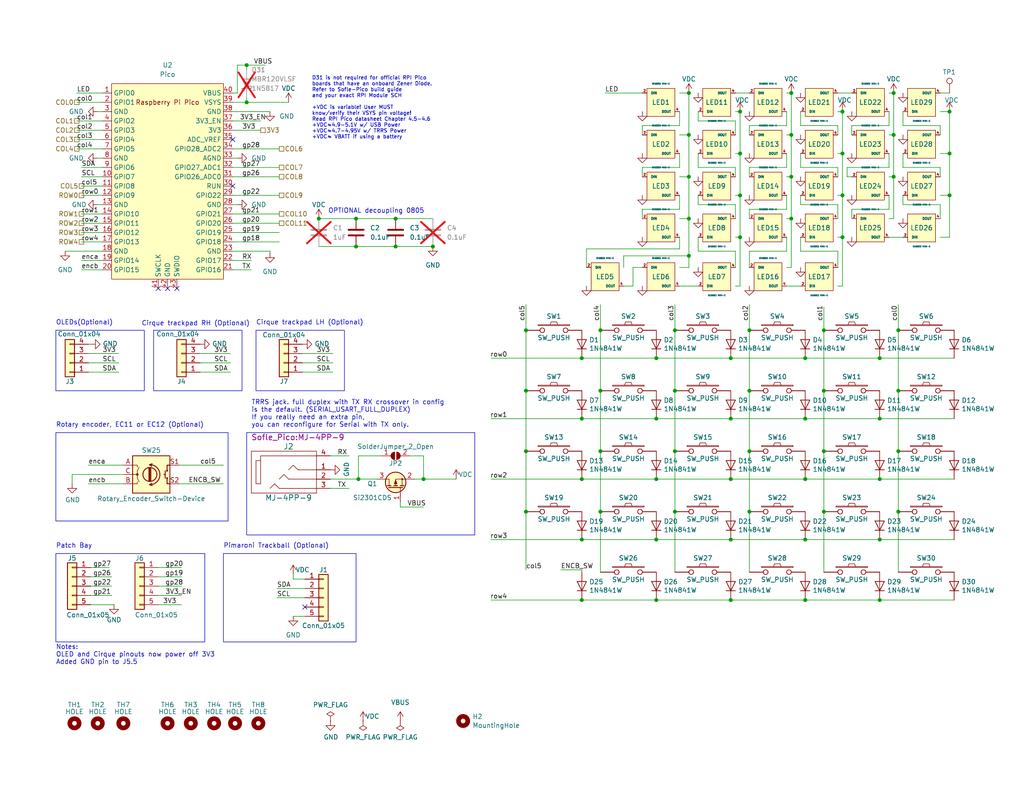
<source format=kicad_sch>
(kicad_sch (version 20230121) (generator eeschema)
  (paper "A")
  (title_block (title "Sofle Pico Choc") (date "2024-02-28") (rev "v3.5.X") (comment 1 "https://github.com/josefadamcik/SofleKeyboard") (comment 2 "Based on the Sofle by Josef Adamcik") (comment 3 "https://github.com/JellyTitan") (comment 4 "Designed by Ryan Neff, Choc'd by P. Werle"))
  (junction (at 179.07 163.83))
  (junction (at 229.87 64.77))
  (junction (at 118.11 67.31))
  (junction (at 163.83 123.19))
  (junction (at 204.47 123.19))
  (junction (at 215.9 59.69))
  (junction (at 259.08 30.48))
  (junction (at 143.51 90.17))
  (junction (at 245.11 90.17))
  (junction (at 187.96 59.69))
  (junction (at 240.03 114.3))
  (junction (at 143.51 139.7))
  (junction (at 229.87 53.34))
  (junction (at 224.79 106.68))
  (junction (at 199.39 147.32))
  (junction (at 219.71 130.81))
  (junction (at 143.51 106.68))
  (junction (at 224.79 90.17))
  (junction (at 179.07 130.81))
  (junction (at 245.11 106.68))
  (junction (at 97.155 67.31))
  (junction (at 179.07 114.3))
  (junction (at 179.07 97.79))
  (junction (at 243.84 36.83))
  (junction (at 224.79 123.19))
  (junction (at 215.9 36.83))
  (junction (at 240.03 130.81))
  (junction (at 243.84 48.26))
  (junction (at 107.95 59.69))
  (junction (at 219.71 163.83))
  (junction (at 215.9 48.26))
  (junction (at 184.15 90.17))
  (junction (at 184.15 139.7))
  (junction (at 86.995 59.69))
  (junction (at 158.75 97.79))
  (junction (at 201.93 53.34))
  (junction (at 240.03 163.83))
  (junction (at 240.03 97.79))
  (junction (at 199.39 130.81))
  (junction (at 259.08 41.91))
  (junction (at 158.75 130.81))
  (junction (at 107.95 67.31))
  (junction (at 245.11 123.19))
  (junction (at 163.83 139.7))
  (junction (at 199.39 114.3))
  (junction (at 201.93 30.48))
  (junction (at 201.93 41.91))
  (junction (at 204.47 90.17))
  (junction (at 259.08 53.34))
  (junction (at 184.15 123.19))
  (junction (at 67.31 27.94))
  (junction (at 204.47 106.68))
  (junction (at 243.84 25.4))
  (junction (at 199.39 97.79))
  (junction (at 158.75 147.32))
  (junction (at 163.83 106.68))
  (junction (at 201.93 64.77))
  (junction (at 97.155 59.69))
  (junction (at 115.57 130.81))
  (junction (at 229.87 41.91))
  (junction (at 97.79 130.81))
  (junction (at 179.07 147.32))
  (junction (at 158.75 163.83))
  (junction (at 199.39 163.83))
  (junction (at 187.96 25.4))
  (junction (at 163.83 90.17))
  (junction (at 219.71 147.32))
  (junction (at 219.71 114.3))
  (junction (at 215.9 25.4))
  (junction (at 224.79 139.7))
  (junction (at 158.75 114.3))
  (junction (at 204.47 139.7))
  (junction (at 240.03 147.32))
  (junction (at 229.87 30.48))
  (junction (at 187.96 48.26))
  (junction (at 245.11 139.7))
  (junction (at 187.96 36.83))
  (junction (at 219.71 97.79))
  (junction (at 67.31 17.78))
  (junction (at 187.96 69.85))
  (junction (at 143.51 123.19))
  (junction (at 184.15 106.68))
  (no_connect (at 45.72 78.74))
  (no_connect (at 63.5 38.1))
  (no_connect (at 43.18 78.74))
  (no_connect (at 83.185 165.735))
  (no_connect (at 48.26 78.74))
  (no_connect (at 63.5 50.8))
  (wire (pts (xy 214.63 78.105) (xy 218.44 78.105)))
  (wire (pts (xy 200.66 25.4) (xy 204.47 25.4)))
  (wire (pts (xy 170.18 69.85) (xy 170.18 73.025)))
  (wire (pts (xy 259.08 53.34) (xy 259.08 41.91)))
  (wire (pts (xy 24.13 99.06) (xy 32.385 99.06)))
  (wire (pts (xy 240.03 147.32) (xy 260.35 147.32)))
  (wire (pts (xy 259.08 41.91) (xy 259.08 30.48)))
  (wire (pts (xy 185.42 73.025) (xy 187.96 73.025)))
  (wire (pts (xy 63.5 53.34) (xy 76.2 53.34)))
  (wire (pts (xy 232.41 57.15) (xy 232.41 59.69)))
  (wire (pts (xy 215.9 36.83) (xy 214.63 36.83)))
  (wire (pts (xy 63.5 45.72) (xy 76.2 45.72)))
  (wire (pts (xy 67.31 17.78) (xy 72.39 17.78)))
  (wire (pts (xy 90.17 124.46) (xy 95.25 124.46)))
  (wire (pts (xy 228.6 25.4) (xy 232.41 25.4)))
  (wire (pts (xy 242.57 41.91) (xy 242.57 45.72)))
  (wire (pts (xy 54.61 96.52) (xy 62.865 96.52)))
  (wire (pts (xy 158.75 130.81) (xy 179.07 130.81)))
  (wire (pts (xy 215.9 59.69) (xy 215.9 73.025)))
  (wire (pts (xy 228.6 45.72) (xy 218.44 45.72)))
  (wire (pts (xy 63.5 27.94) (xy 67.31 27.94)))
  (wire (pts (xy 163.83 106.68) (xy 163.83 123.19)))
  (wire (pts (xy 133.985 114.3) (xy 158.75 114.3)))
  (wire (pts (xy 160.02 67.945) (xy 160.02 73.025)))
  (wire (pts (xy 107.95 59.69) (xy 118.11 59.69)))
  (wire (pts (xy 231.14 45.72) (xy 231.14 48.26)))
  (wire (pts (xy 158.75 155.575) (xy 158.75 156.21)))
  (wire (pts (xy 133.985 147.32) (xy 158.75 147.32)))
  (wire (pts (xy 243.84 36.83) (xy 242.57 36.83)))
  (wire (pts (xy 246.38 34.29) (xy 246.38 30.48)))
  (wire (pts (xy 200.66 68.58) (xy 190.5 68.58)))
  (wire (pts (xy 204.47 83.185) (xy 204.47 90.17)))
  (wire (pts (xy 218.44 55.88) (xy 218.44 53.34)))
  (wire (pts (xy 185.42 41.91) (xy 185.42 45.72)))
  (wire (pts (xy 243.84 48.26) (xy 243.84 59.69)))
  (wire (pts (xy 187.96 48.26) (xy 187.96 59.69)))
  (wire (pts (xy 115.57 130.81) (xy 124.46 130.81)))
  (wire (pts (xy 229.87 41.91) (xy 229.87 53.34)))
  (wire (pts (xy 172.72 78.105) (xy 172.72 73.025)))
  (wire (pts (xy 48.895 132.08) (xy 60.96 132.08)))
  (wire (pts (xy 63.5 43.18) (xy 64.77 43.18)))
  (wire (pts (xy 17.78 68.58) (xy 27.94 68.58)))
  (wire (pts (xy 97.155 59.69) (xy 107.95 59.69)))
  (wire (pts (xy 245.11 83.185) (xy 245.11 90.17)))
  (wire (pts (xy 22.225 50.8) (xy 27.94 50.8)))
  (wire (pts (xy 243.84 25.4) (xy 242.57 25.4)))
  (wire (pts (xy 73.66 30.48) (xy 63.5 30.48)))
  (wire (pts (xy 204.47 57.15) (xy 204.47 59.69)))
  (wire (pts (xy 185.42 57.15) (xy 175.26 57.15)))
  (wire (pts (xy 185.42 78.105) (xy 190.5 78.105)))
  (wire (pts (xy 228.6 30.48) (xy 229.87 30.48)))
  (wire (pts (xy 245.11 139.7) (xy 245.11 156.21)))
  (wire (pts (xy 240.03 163.83) (xy 260.35 163.83)))
  (wire (pts (xy 215.9 25.4) (xy 214.63 25.4)))
  (wire (pts (xy 215.9 25.4) (xy 215.9 36.83)))
  (wire (pts (xy 229.87 78.105) (xy 228.6 78.105)))
  (wire (pts (xy 256.54 45.72) (xy 246.38 45.72)))
  (wire (pts (xy 184.15 106.68) (xy 184.15 123.19)))
  (wire (pts (xy 228.6 59.69) (xy 228.6 55.88)))
  (wire (pts (xy 245.11 123.19) (xy 245.11 106.68)))
  (wire (pts (xy 199.39 147.32) (xy 219.71 147.32)))
  (wire (pts (xy 26.67 43.18) (xy 27.94 43.18)))
  (wire (pts (xy 113.03 130.81) (xy 115.57 130.81)))
  (wire (pts (xy 33.655 129.54) (xy 19.685 129.54)))
  (wire (pts (xy 218.44 68.58) (xy 218.44 64.77)))
  (wire (pts (xy 214.63 57.15) (xy 204.47 57.15)))
  (wire (pts (xy 185.42 30.48) (xy 185.42 34.29)))
  (wire (pts (xy 185.42 34.29) (xy 175.26 34.29)))
  (wire (pts (xy 175.26 34.29) (xy 175.26 36.83)))
  (wire (pts (xy 219.71 147.32) (xy 240.03 147.32)))
  (wire (pts (xy 256.54 55.88) (xy 246.38 55.88)))
  (wire (pts (xy 224.79 90.17) (xy 224.79 106.68)))
  (wire (pts (xy 200.66 73.025) (xy 200.66 68.58)))
  (wire (pts (xy 187.96 59.69) (xy 187.96 69.85)))
  (wire (pts (xy 214.63 53.34) (xy 214.63 57.15)))
  (wire (pts (xy 240.03 97.79) (xy 219.71 97.79)))
  (wire (pts (xy 184.15 90.17) (xy 184.15 106.68)))
  (wire (pts (xy 231.14 48.26) (xy 232.41 48.26)))
  (wire (pts (xy 63.5 48.26) (xy 76.2 48.26)))
  (wire (pts (xy 200.66 48.26) (xy 200.66 45.72)))
  (wire (pts (xy 187.96 36.83) (xy 185.42 36.83)))
  (wire (pts (xy 242.57 45.72) (xy 231.14 45.72)))
  (wire (pts (xy 90.17 130.81) (xy 97.79 130.81)))
  (wire (pts (xy 243.84 36.83) (xy 243.84 25.4)))
  (wire (pts (xy 204.47 68.58) (xy 204.47 73.025)))
  (wire (pts (xy 259.08 53.34) (xy 256.54 53.34)))
  (wire (pts (xy 200.66 59.69) (xy 200.66 55.88)))
  (wire (pts (xy 80.01 158.115) (xy 83.185 158.115)))
  (wire (pts (xy 199.39 130.81) (xy 219.71 130.81)))
  (wire (pts (xy 256.54 64.77) (xy 259.08 64.77)))
  (wire (pts (xy 215.9 36.83) (xy 215.9 48.26)))
  (wire (pts (xy 64.77 17.78) (xy 67.31 17.78)))
  (wire (pts (xy 179.07 97.79) (xy 158.75 97.79)))
  (wire (pts (xy 24.765 165.1) (xy 31.115 165.1)))
  (wire (pts (xy 204.47 139.7) (xy 204.47 156.21)))
  (wire (pts (xy 170.18 69.85) (xy 187.96 69.85)))
  (wire (pts (xy 256.54 25.4) (xy 259.08 25.4)))
  (wire (pts (xy 175.26 45.72) (xy 175.26 48.26)))
  (wire (pts (xy 214.63 41.91) (xy 214.63 45.72)))
  (wire (pts (xy 20.955 27.94) (xy 27.94 27.94)))
  (wire (pts (xy 190.5 33.02) (xy 190.5 30.48)))
  (wire (pts (xy 90.17 133.35) (xy 95.25 133.35)))
  (wire (pts (xy 259.08 64.77) (xy 259.08 53.34)))
  (wire (pts (xy 104.14 124.46) (xy 97.79 124.46)))
  (wire (pts (xy 175.26 57.15) (xy 175.26 59.69)))
  (wire (pts (xy 185.42 64.77) (xy 185.42 67.945)))
  (wire (pts (xy 163.83 83.185) (xy 163.83 90.17)))
  (wire (pts (xy 201.93 64.77) (xy 201.93 53.34)))
  (wire (pts (xy 22.225 60.96) (xy 27.94 60.96)))
  (wire (pts (xy 190.5 55.88) (xy 190.5 53.34)))
  (wire (pts (xy 22.225 66.04) (xy 27.94 66.04)))
  (wire (pts (xy 201.93 41.91) (xy 200.66 41.91)))
  (wire (pts (xy 179.07 97.79) (xy 199.39 97.79)))
  (wire (pts (xy 107.95 67.31) (xy 118.11 67.31)))
  (wire (pts (xy 43.18 160.02) (xy 49.53 160.02)))
  (wire (pts (xy 201.93 64.77) (xy 200.66 64.77)))
  (wire (pts (xy 82.55 99.06) (xy 90.805 99.06)))
  (wire (pts (xy 200.66 36.83) (xy 200.66 33.02)))
  (wire (pts (xy 187.96 25.4) (xy 185.42 25.4)))
  (wire (pts (xy 185.42 45.72) (xy 175.26 45.72)))
  (wire (pts (xy 214.63 73.025) (xy 215.9 73.025)))
  (wire (pts (xy 228.6 34.29) (xy 218.44 34.29)))
  (wire (pts (xy 229.87 53.34) (xy 228.6 53.34)))
  (wire (pts (xy 133.985 130.81) (xy 158.75 130.81)))
  (wire (pts (xy 185.42 48.26) (xy 187.96 48.26)))
  (wire (pts (xy 20.955 38.1) (xy 27.94 38.1)))
  (wire (pts (xy 242.57 30.48) (xy 242.57 34.29)))
  (wire (pts (xy 214.63 30.48) (xy 214.63 34.29)))
  (wire (pts (xy 26.67 55.88) (xy 27.94 55.88)))
  (wire (pts (xy 228.6 36.83) (xy 228.6 34.29)))
  (wire (pts (xy 215.9 48.26) (xy 214.63 48.26)))
  (wire (pts (xy 187.96 59.69) (xy 185.42 59.69)))
  (wire (pts (xy 229.87 64.77) (xy 229.87 78.105)))
  (wire (pts (xy 54.61 99.06) (xy 62.865 99.06)))
  (wire (pts (xy 184.15 123.19) (xy 184.15 139.7)))
  (wire (pts (xy 187.96 69.85) (xy 187.96 73.025)))
  (wire (pts (xy 224.79 139.7) (xy 224.79 156.21)))
  (wire (pts (xy 63.5 33.02) (xy 71.12 33.02)))
  (wire (pts (xy 256.54 59.69) (xy 256.54 55.88)))
  (wire (pts (xy 246.38 45.72) (xy 246.38 41.91)))
  (wire (pts (xy 24.13 132.08) (xy 33.655 132.08)))
  (wire (pts (xy 22.225 71.12) (xy 27.94 71.12)))
  (wire (pts (xy 22.225 48.26) (xy 27.94 48.26)))
  (wire (pts (xy 179.07 114.3) (xy 199.39 114.3)))
  (wire (pts (xy 67.31 27.94) (xy 78.74 27.94)))
  (wire (pts (xy 158.75 163.83) (xy 179.07 163.83)))
  (wire (pts (xy 240.03 114.3) (xy 260.35 114.3)))
  (wire (pts (xy 256.54 48.26) (xy 256.54 45.72)))
  (wire (pts (xy 75.565 160.655) (xy 83.185 160.655)))
  (wire (pts (xy 153.035 155.575) (xy 158.75 155.575)))
  (wire (pts (xy 143.51 139.7) (xy 143.51 155.575)))
  (wire (pts (xy 218.44 45.72) (xy 218.44 41.91)))
  (wire (pts (xy 201.93 30.48) (xy 200.66 30.48)))
  (wire (pts (xy 24.13 101.6) (xy 32.385 101.6)))
  (wire (pts (xy 219.71 130.81) (xy 240.03 130.81)))
  (wire (pts (xy 242.57 57.15) (xy 232.41 57.15)))
  (wire (pts (xy 24.765 154.94) (xy 29.845 154.94)))
  (wire (pts (xy 143.51 83.185) (xy 143.51 90.17)))
  (wire (pts (xy 232.41 34.29) (xy 232.41 36.83)))
  (wire (pts (xy 43.18 157.48) (xy 49.53 157.48)))
  (wire (pts (xy 22.225 53.34) (xy 27.94 53.34)))
  (wire (pts (xy 187.96 36.83) (xy 187.96 48.26)))
  (wire (pts (xy 242.57 59.69) (xy 243.84 59.69)))
  (wire (pts (xy 219.71 114.3) (xy 240.03 114.3)))
  (wire (pts (xy 224.79 83.82) (xy 224.79 90.17)))
  (wire (pts (xy 214.63 34.29) (xy 204.47 34.29)))
  (wire (pts (xy 75.565 163.195) (xy 83.185 163.195)))
  (wire (pts (xy 172.72 73.025) (xy 175.26 73.025)))
  (wire (pts (xy 224.79 106.68) (xy 224.79 123.19)))
  (wire (pts (xy 204.47 123.19) (xy 204.47 139.7)))
  (wire (pts (xy 143.51 123.19) (xy 143.51 139.7)))
  (wire (pts (xy 242.57 64.77) (xy 246.38 64.77)))
  (wire (pts (xy 229.87 30.48) (xy 229.87 41.91)))
  (wire (pts (xy 43.18 154.94) (xy 49.53 154.94)))
  (wire (pts (xy 63.5 71.12) (xy 68.58 71.12)))
  (wire (pts (xy 204.47 106.68) (xy 204.47 123.19)))
  (wire (pts (xy 200.66 55.88) (xy 190.5 55.88)))
  (wire (pts (xy 201.93 53.34) (xy 200.66 53.34)))
  (wire (pts (xy 204.47 90.17) (xy 204.47 106.68)))
  (wire (pts (xy 187.96 25.4) (xy 187.96 36.83)))
  (wire (pts (xy 20.955 33.02) (xy 27.94 33.02)))
  (wire (pts (xy 228.6 73.025) (xy 228.6 68.58)))
  (wire (pts (xy 163.83 90.17) (xy 163.83 106.68)))
  (wire (pts (xy 214.63 64.77) (xy 214.63 68.58)))
  (wire (pts (xy 199.39 114.3) (xy 219.71 114.3)))
  (wire (pts (xy 97.155 67.31) (xy 107.95 67.31)))
  (wire (pts (xy 54.61 101.6) (xy 62.865 101.6)))
  (wire (pts (xy 82.55 101.6) (xy 90.805 101.6)))
  (wire (pts (xy 48.895 127) (xy 60.96 127)))
  (wire (pts (xy 24.13 96.52) (xy 32.385 96.52)))
  (wire (pts (xy 24.765 162.56) (xy 30.48 162.56)))
  (wire (pts (xy 97.79 130.81) (xy 102.87 130.81)))
  (wire (pts (xy 240.03 130.81) (xy 260.35 130.81)))
  (wire (pts (xy 63.5 63.5) (xy 76.2 63.5)))
  (wire (pts (xy 26.67 30.48) (xy 27.94 30.48)))
  (wire (pts (xy 63.5 40.64) (xy 76.2 40.64)))
  (wire (pts (xy 86.995 67.31) (xy 97.155 67.31)))
  (wire (pts (xy 218.44 34.29) (xy 218.44 30.48)))
  (wire (pts (xy 22.225 45.72) (xy 27.94 45.72)))
  (wire (pts (xy 170.18 78.105) (xy 172.72 78.105)))
  (wire (pts (xy 111.76 124.46) (xy 115.57 124.46)))
  (wire (pts (xy 67.31 26.67) (xy 67.31 27.94)))
  (wire (pts (xy 179.07 147.32) (xy 158.75 147.32)))
  (wire (pts (xy 63.5 35.56) (xy 71.12 35.56)))
  (wire (pts (xy 20.955 40.64) (xy 27.94 40.64)))
  (wire (pts (xy 204.47 45.72) (xy 204.47 48.26)))
  (wire (pts (xy 163.83 139.7) (xy 163.83 156.21)))
  (wire (pts (xy 201.93 78.105) (xy 201.93 64.77)))
  (wire (pts (xy 200.66 45.72) (xy 190.5 45.72)))
  (wire (pts (xy 165.1 25.4) (xy 175.26 25.4)))
  (wire (pts (xy 199.39 163.83) (xy 219.71 163.83)))
  (wire (pts (xy 190.5 45.72) (xy 190.5 41.91)))
  (wire (pts (xy 43.18 165.1) (xy 49.53 165.1)))
  (wire (pts (xy 246.38 55.88) (xy 246.38 53.34)))
  (wire (pts (xy 185.42 53.34) (xy 185.42 57.15)))
  (wire (pts (xy 143.51 106.68) (xy 143.51 123.19)))
  (wire (pts (xy 20.955 35.56) (xy 27.94 35.56)))
  (wire (pts (xy 63.5 58.42) (xy 76.2 58.42)))
  (wire (pts (xy 64.77 25.4) (xy 64.77 17.78)))
  (wire (pts (xy 243.84 48.26) (xy 243.84 36.83)))
  (wire (pts (xy 86.995 59.69) (xy 97.155 59.69)))
  (wire (pts (xy 24.765 157.48) (xy 30.48 157.48)))
  (wire (pts (xy 63.5 68.58) (xy 73.66 68.58)))
  (wire (pts (xy 115.57 124.46) (xy 115.57 130.81)))
  (wire (pts (xy 229.87 64.77) (xy 228.6 64.77)))
  (wire (pts (xy 24.13 93.98) (xy 24.765 93.98)))
  (wire (pts (xy 228.6 48.26) (xy 228.6 45.72)))
  (wire (pts (xy 201.93 53.34) (xy 201.93 41.91)))
  (wire (pts (xy 201.93 41.91) (xy 201.93 30.48)))
  (wire (pts (xy 185.42 67.945) (xy 160.02 67.945)))
  (wire (pts (xy 109.22 138.43) (xy 109.22 137.16)))
  (wire (pts (xy 259.08 30.48) (xy 256.54 30.48)))
  (wire (pts (xy 228.6 55.88) (xy 218.44 55.88)))
  (wire (pts (xy 73.66 68.58) (xy 73.66 69.088)))
  (wire (pts (xy 63.5 25.4) (xy 64.77 25.4)))
  (wire (pts (xy 219.71 163.83) (xy 240.03 163.83)))
  (wire (pts (xy 256.54 34.29) (xy 246.38 34.29)))
  (wire (pts (xy 115.57 138.43) (xy 109.22 138.43)))
  (wire (pts (xy 184.15 139.7) (xy 184.15 156.21)))
  (wire (pts (xy 214.63 59.69) (xy 215.9 59.69)))
  (wire (pts (xy 179.07 163.83) (xy 199.39 163.83)))
  (wire (pts (xy 256.54 36.83) (xy 256.54 34.29)))
  (wire (pts (xy 259.08 41.91) (xy 256.54 41.91)))
  (wire (pts (xy 179.07 147.32) (xy 199.39 147.32)))
  (wire (pts (xy 80.01 168.275) (xy 83.185 168.275)))
  (wire (pts (xy 242.57 34.29) (xy 232.41 34.29)))
  (wire (pts (xy 143.51 90.17) (xy 143.51 106.68)))
  (wire (pts (xy 63.5 55.88) (xy 64.77 55.88)))
  (wire (pts (xy 240.03 97.79) (xy 260.35 97.79)))
  (wire (pts (xy 243.84 48.26) (xy 242.57 48.26)))
  (wire (pts (xy 179.07 130.81) (xy 199.39 130.81)))
  (wire (pts (xy 163.83 123.19) (xy 163.83 139.7)))
  (wire (pts (xy 215.9 59.69) (xy 215.9 48.26)))
  (wire (pts (xy 20.955 25.4) (xy 27.94 25.4)))
  (wire (pts (xy 229.87 53.34) (xy 229.87 64.77)))
  (wire (pts (xy 199.39 97.79) (xy 219.71 97.79)))
  (wire (pts (xy 184.15 83.185) (xy 184.15 90.17)))
  (wire (pts (xy 82.55 96.52) (xy 90.805 96.52)))
  (wire (pts (xy 224.79 123.19) (xy 224.79 139.7)))
  (wire (pts (xy 43.18 162.56) (xy 49.53 162.56)))
  (wire (pts (xy 97.79 124.46) (xy 97.79 130.81)))
  (wire (pts (xy 133.985 163.83) (xy 158.75 163.83)))
  (wire (pts (xy 204.47 34.29) (xy 204.47 36.83)))
  (wire (pts (xy 24.13 127) (xy 33.655 127)))
  (wire (pts (xy 22.225 63.5) (xy 27.94 63.5)))
  (wire (pts (xy 22.225 73.66) (xy 27.94 73.66)))
  (wire (pts (xy 200.66 78.105) (xy 201.93 78.105)))
  (wire (pts (xy 19.685 129.54) (xy 19.685 132.08)))
  (wire (pts (xy 245.11 106.68) (xy 245.11 90.17)))
  (wire (pts (xy 22.225 58.42) (xy 27.94 58.42)))
  (wire (pts (xy 67.31 17.78) (xy 67.31 19.05)))
  (wire (pts (xy 214.63 45.72) (xy 204.47 45.72)))
  (wire (pts (xy 63.5 60.96) (xy 76.2 60.96)))
  (wire (pts (xy 228.6 41.91) (xy 229.87 41.91)))
  (wire (pts (xy 179.07 114.3) (xy 158.75 114.3)))
  (wire (pts (xy 190.5 68.58) (xy 190.5 64.77)))
  (wire (pts (xy 63.5 66.04) (xy 76.2 66.04)))
  (wire (pts (xy 63.5 73.66) (xy 68.58 73.66)))
  (wire (pts (xy 204.47 68.58) (xy 214.63 68.58)))
  (wire (pts (xy 245.11 123.19) (xy 245.11 139.7)))
  (wire (pts (xy 242.57 53.34) (xy 242.57 57.15)))
  (wire (pts (xy 24.765 160.02) (xy 30.48 160.02)))
  (wire (pts (xy 200.66 33.02) (xy 190.5 33.02)))
  (wire (pts (xy 80.01 156.845) (xy 80.01 158.115)))
  (wire (pts (xy 228.6 68.58) (xy 218.44 68.58)))
  (wire (pts (xy 133.985 97.79) (xy 158.75 97.79)))
  (rectangle (start 15.24 90.17) (end 39.37 106.68))
  (rectangle (start 41.91 90.17) (end 66.04 106.68))
  (rectangle (start 15.24 118.11) (end 62.23 142.24))
  (rectangle (start 67.31 118.11) (end 129.54 146.05))
  (rectangle (start 69.85 90.17) (end 93.98 106.68))
  (rectangle (start 15.24 151.13) (end 55.88 175.26))
  (rectangle (start 60.96 151.13) (end 97.155 175.26))
  (text "Cirque trackpad RH (Optional)\n" (at 38.608 89.154 0) (effects (font (size 1.27 1.27)) (justify left bottom)))
  (text "TRRS jack. full duplex with TX RX crossover in config \nis the default. (SERIAL_USART_FULL_DUPLEX)\nIf you really need an extra pin, \nyou can reconfigure for Serial with TX only." (at 68.58 116.84 0) (effects (font (size 1.27 1.27)) (justify left bottom)))
  (text "Pimaroni Trackball (Optional)\n" (at 60.96 149.86 0) (effects (font (size 1.27 1.27)) (justify left bottom)))
  (text "Rotary encoder, EC11 or EC12 (Optional)\n" (at 15.24 116.84 0) (effects (font (size 1.27 1.27)) (justify left bottom)))
  (text "D31 is not required for official RPI Pico \nboards that have an onboard Zener Diode.\nRefer to Sofle-Pico build guide \nand your exact RPI Module SCH \n\n+VDC is variable! User MUST\nknow/verify their VSYS pin voltage!\nRead RPI Pico datasheet Chapter 4.5-4.6\n+VDC≈4.9-5.1V w/ USB Power\n+VDC≈4.7-4.95V w/ TRRS Power\n+VDC≈ VBATT if using a battery" (at 85.09 38.1 0) (effects (font (size 1 1)) (justify left bottom)))
  (text "OLEDs(Optional)\n" (at 15.24 88.9 0) (effects (font (size 1.27 1.27)) (justify left bottom)))
  (text "Patch Bay" (at 15.24 149.86 0) (effects (font (size 1.27 1.27)) (justify left bottom)))
  (text "Cirque trackpad LH (Optional)\n" (at 69.85 88.9 0) (effects (font (size 1.27 1.27)) (justify left bottom)))
  (text "OPTIONAL decoupling 0805\n" (at 89.535 58.42 0) (effects (font (size 1.27 1.27)) (justify left bottom)))
  (text "Notes:\nOLED and Cirque pinouts now power off 3V3 \nAdded GND pin to J5.5  " (at 15.24 181.61 0) (effects (font (size 1.27 1.27)) (justify left bottom)))
  (label "row1" (at 138.43 114.3 180))
  (label "RX" (at 92.075 124.46 0))
  (label "col2" (at 20.955 35.56 0))
  (label "LED" (at 165.1 25.4 0))
  (label "gp19" (at 66.04 63.5 0))
  (label "gp18" (at 66.04 66.04 0))
  (label "col5" (at 143.51 155.575 0))
  (label "gp28" (at 45.085 160.02 0))
  (label "gp21" (at 25.4 162.56 0))
  (label "gp21" (at 66.04 58.42 0))
  (label "row2" (at 138.43 130.81 180))
  (label "3V3_EN" (at 45.085 162.56 0))
  (label "SCL" (at 86.36 99.06 0))
  (label "row4" (at 22.225 66.04 0))
  (label "col4" (at 20.955 40.64 0))
  (label "3V3" (at 86.36 96.52 0))
  (label "VBUS" (at 111.125 138.43 0))
  (label "row3" (at 138.43 147.32 180))
  (label "RX" (at 66.04 71.12 0))
  (label "col1" (at 20.955 33.02 0))
  (label "gp27" (at 66.04 45.72 0))
  (label "VBUS" (at 69.215 17.78 0))
  (label "SDA" (at 58.42 101.6 0))
  (label "enca" (at 24.13 127 0))
  (label "row1" (at 22.225 58.42 0))
  (label "col5" (at 54.61 127 0))
  (label "row3" (at 22.225 63.5 0))
  (label "encb" (at 22.225 73.66 0))
  (label "row4" (at 138.43 163.83 180))
  (label "gp22" (at 66.04 53.34 0))
  (label "SDA" (at 86.36 101.6 0))
  (label "SDA" (at 27.94 101.6 0))
  (label "3V3_EN" (at 65.405 33.02 0))
  (label "SCL" (at 58.42 99.06 0))
  (label "col0" (at 245.11 87.63 90))
  (label "gp20" (at 66.04 60.96 0))
  (label "TX" (at 92.075 133.35 0))
  (label "col0" (at 20.955 27.94 0))
  (label "gp19" (at 45.085 157.48 0))
  (label "SDA" (at 75.565 160.655 0))
  (label "gp26" (at 25.4 157.48 0))
  (label "row2" (at 22.225 60.96 0))
  (label "3V3" (at 66.04 35.56 0))
  (label "3V3" (at 44.45 165.1 0))
  (label "gp20" (at 45.085 154.94 0))
  (label "3V3" (at 58.42 96.52 0))
  (label "gp27" (at 25.4 154.94 0))
  (label "col2" (at 204.47 87.63 90))
  (label "col3" (at 20.955 38.1 0))
  (label "col5" (at 22.225 50.8 0))
  (label "SCL" (at 22.225 48.26 0))
  (label "LED" (at 20.955 25.4 0))
  (label "SDA" (at 22.225 45.72 0))
  (label "encb" (at 24.13 132.08 0))
  (label "gp28" (at 66.04 40.64 0))
  (label "col5" (at 143.51 87.63 90))
  (label "row0" (at 138.43 97.79 180))
  (label "col4" (at 163.83 87.63 90))
  (label "gp22" (at 25.4 160.02 0))
  (label "TX" (at 66.04 73.66 0))
  (label "ENCB_SW" (at 153.035 155.575 0))
  (label "gp26" (at 66.04 48.26 0))
  (label "SCL" (at 27.94 99.06 0))
  (label "3V3" (at 27.94 96.52 0))
  (label "SCL" (at 75.565 163.195 0))
  (label "col3" (at 184.15 87.63 90))
  (label "enca" (at 22.225 71.12 0))
  (label "ENCB_SW" (at 51.435 132.08 0))
  (label "col1" (at 224.79 87.63 90))
  (label "row0" (at 22.225 53.34 0))
  (hierarchical_label "COL8" (shape passive) (at 76.2 48.26 0))
  (hierarchical_label "ROW0" (shape passive) (at 22.86 53.34 180))
  (hierarchical_label "ROW3" (shape passive) (at 22.86 63.5 180))
  (hierarchical_label "COL0" (shape passive) (at 21.59 27.94 180))
  (hierarchical_label "COL6" (shape passive) (at 76.2 40.64 0))
  (hierarchical_label "ROW1" (shape passive) (at 22.86 58.42 180))
  (hierarchical_label "COL7" (shape passive) (at 76.2 45.72 0))
  (hierarchical_label "ROW2" (shape passive) (at 22.86 60.96 180))
  (hierarchical_label "COL11" (shape passive) (at 76.2 60.96 0))
  (hierarchical_label "COL4" (shape passive) (at 21.59 40.64 180))
  (hierarchical_label "COL5" (shape passive) (at 22.86 50.8 180))
  (hierarchical_label "COL10" (shape passive) (at 76.2 58.42 0))
  (hierarchical_label "ROW4" (shape passive) (at 22.86 66.04 180))
  (hierarchical_label "COL9" (shape passive) (at 76.2 53.34 0))
  (hierarchical_label "COL1" (shape passive) (at 21.59 33.02 180))
  (hierarchical_label "3V3" (shape passive) (at 71.12 35.56 0))
  (hierarchical_label "COL3" (shape passive) (at 21.59 38.1 180))
  (hierarchical_label "COL2" (shape passive) (at 21.59 35.56 180))
  (symbol (lib_id "Sofle_Pico:SW_PUSH") (at 151.13 90.17 0) (unit 1)
    (property "Reference" "SW1" (at 151.13 86.36 0))
    (property "Value" "SW_PUSH" (at 151.13 92.202 0))
    (property "Footprint" "Sofle_Pico:SW_Hotswap_Kailh_Choc_V1V2_DS_1.00u_1" (effects hide))
  )
  (symbol (lib_id "SofleKeyboard-rescue:D-Lily58-cache-Lily58_Pro-rescue") (at 158.75 93.98 90) (unit 1)
    (property "Reference" "D1" (at 160.7566 92.8116 90) (effects (justify right)))
    (property "Value" "1N4841W" (at 160.7566 95.123 90) (effects (justify right)))
    (property "Footprint" "Sofle_Pico:D_SOD-123_DO-35_Hybrid_DoubleSided_V2" (effects hide))
    (property "MFG" "Semtech" (effects hide))
    (property "MFG PN" "1N4148W" (effects hide))
    (property "Voltage Rating" "75v" (effects hide))
    (property "JLCPCB_PN" "C81598" (effects hide))
    (property " LCSC part number" "C94111" (effects hide))
  )
  (symbol (lib_id "Sofle_Pico:SW_PUSH") (at 171.45 90.17 0) (unit 1)
    (property "Reference" "SW2" (at 171.45 86.36 0))
    (property "Value" "SW_PUSH" (at 171.45 92.202 0))
    (property "Footprint" "Sofle_Pico:SW_Hotswap_Kailh_Choc_V1V2_DS_1.00u_1" (effects hide))
  )
  (symbol (lib_id "SofleKeyboard-rescue:D-Lily58-cache-Lily58_Pro-rescue") (at 179.07 93.98 90) (unit 1)
    (property "Reference" "D2" (at 181.0766 92.8116 90) (effects (justify right)))
    (property "Value" "1N4841W" (at 181.0766 95.123 90) (effects (justify right)))
    (property "Footprint" "Sofle_Pico:D_SOD-123_DO-35_Hybrid_DoubleSided_V2" (effects hide))
    (property "MFG" "Semtech" (effects hide))
    (property "MFG PN" "1N4148W" (effects hide))
    (property "Voltage Rating" "75v" (effects hide))
    (property "JLCPCB_PN" "C81598" (effects hide))
    (property " LCSC part number" "C94111" (effects hide))
  )
  (symbol (lib_id "Sofle_Pico:SW_PUSH") (at 191.77 90.17 0) (unit 1)
    (property "Reference" "SW3" (at 191.77 86.36 0))
    (property "Value" "SW_PUSH" (at 191.77 92.202 0))
    (property "Footprint" "Sofle_Pico:SW_Hotswap_Kailh_Choc_V1V2_DS_1.00u_1" (effects hide))
  )
  (symbol (lib_id "SofleKeyboard-rescue:D-Lily58-cache-Lily58_Pro-rescue") (at 199.39 93.98 90) (unit 1)
    (property "Reference" "D3" (at 201.3966 92.8116 90) (effects (justify right)))
    (property "Value" "1N4841W" (at 201.3966 95.123 90) (effects (justify right)))
    (property "Footprint" "Sofle_Pico:D_SOD-123_DO-35_Hybrid_DoubleSided_V2" (effects hide))
    (property "MFG" "Semtech" (effects hide))
    (property "MFG PN" "1N4148W" (effects hide))
    (property "Voltage Rating" "75v" (effects hide))
    (property "JLCPCB_PN" "C81598" (effects hide))
    (property " LCSC part number" "C94111" (effects hide))
  )
  (symbol (lib_id "Sofle_Pico:SW_PUSH") (at 212.09 90.17 0) (unit 1)
    (property "Reference" "SW4" (at 212.09 86.36 0))
    (property "Value" "SW_PUSH" (at 212.09 92.202 0))
    (property "Footprint" "Sofle_Pico:SW_Hotswap_Kailh_Choc_V1V2_DS_1.00u_1" (effects hide))
  )
  (symbol (lib_id "SofleKeyboard-rescue:D-Lily58-cache-Lily58_Pro-rescue") (at 219.71 93.98 90) (unit 1)
    (property "Reference" "D4" (at 221.7166 92.8116 90) (effects (justify right)))
    (property "Value" "1N4841W" (at 221.7166 95.123 90) (effects (justify right)))
    (property "Footprint" "Sofle_Pico:D_SOD-123_DO-35_Hybrid_DoubleSided_V2" (effects hide))
    (property "MFG" "Semtech" (effects hide))
    (property "MFG PN" "1N4148W" (effects hide))
    (property "Voltage Rating" "75v" (effects hide))
    (property "JLCPCB_PN" "C81598" (effects hide))
    (property " LCSC part number" "C94111" (effects hide))
  )
  (symbol (lib_id "Sofle_Pico:SW_PUSH") (at 232.41 90.17 0) (unit 1)
    (property "Reference" "SW5" (at 232.41 86.36 0))
    (property "Value" "SW_PUSH" (at 232.41 92.202 0))
    (property "Footprint" "Sofle_Pico:SW_Hotswap_Kailh_Choc_V1V2_DS_1.00u_1" (effects hide))
  )
  (symbol (lib_id "SofleKeyboard-rescue:D-Lily58-cache-Lily58_Pro-rescue") (at 240.03 93.98 90) (unit 1)
    (property "Reference" "D5" (at 242.0366 92.8116 90) (effects (justify right)))
    (property "Value" "1N4841W" (at 242.0366 95.123 90) (effects (justify right)))
    (property "Footprint" "Sofle_Pico:D_SOD-123_DO-35_Hybrid_DoubleSided_V2" (effects hide))
    (property "MFG" "Semtech" (effects hide))
    (property "MFG PN" "1N4148W" (effects hide))
    (property "Voltage Rating" "75v" (effects hide))
    (property "JLCPCB_PN" "C81598" (effects hide))
    (property " LCSC part number" "C94111" (effects hide))
  )
  (symbol (lib_id "Sofle_Pico:SW_PUSH") (at 252.73 90.17 0) (unit 1)
    (property "Reference" "SW6" (at 252.73 86.36 0))
    (property "Value" "SW_PUSH" (at 252.73 92.202 0))
    (property "Footprint" "Sofle_Pico:SW_Hotswap_Kailh_Choc_V1V2_DS_1.00u_1" (effects hide))
  )
  (symbol (lib_id "SofleKeyboard-rescue:D-Lily58-cache-Lily58_Pro-rescue") (at 260.35 93.98 90) (unit 1)
    (property "Reference" "D6" (at 262.3566 92.8116 90) (effects (justify right)))
    (property "Value" "1N4841W" (at 262.3566 95.123 90) (effects (justify right)))
    (property "Footprint" "Sofle_Pico:D_SOD-123_DO-35_Hybrid_DoubleSided_V2" (effects hide))
    (property "MFG" "Semtech" (effects hide))
    (property "MFG PN" "1N4148W" (effects hide))
    (property "Voltage Rating" "75v" (effects hide))
    (property "JLCPCB_PN" "C81598" (effects hide))
    (property " LCSC part number" "C94111" (effects hide))
  )
  (symbol (lib_id "Sofle_Pico:SW_PUSH") (at 171.45 106.68 0) (unit 1)
    (property "Reference" "SW8" (at 171.45 102.87 0))
    (property "Value" "SW_PUSH" (at 171.45 108.712 0))
    (property "Footprint" "Sofle_Pico:SW_Hotswap_Kailh_Choc_V1V2_DS_1.00u_1" (effects hide))
  )
  (symbol (lib_id "Sofle_Pico:SW_PUSH") (at 191.77 106.68 0) (unit 1)
    (property "Reference" "SW9" (at 191.77 102.87 0))
    (property "Value" "SW_PUSH" (at 191.77 108.712 0))
    (property "Footprint" "Sofle_Pico:SW_Hotswap_Kailh_Choc_V1V2_DS_1.00u_1" (effects hide))
  )
  (symbol (lib_id "Sofle_Pico:SW_PUSH") (at 212.09 106.68 0) (unit 1)
    (property "Reference" "SW10" (at 212.09 102.87 0))
    (property "Value" "SW_PUSH" (at 212.09 108.712 0))
    (property "Footprint" "Sofle_Pico:SW_Hotswap_Kailh_Choc_V1V2_DS_1.00u_1" (effects hide))
  )
  (symbol (lib_id "Sofle_Pico:SW_PUSH") (at 232.41 106.68 0) (unit 1)
    (property "Reference" "SW11" (at 232.41 102.87 0))
    (property "Value" "SW_PUSH" (at 232.41 108.712 0))
    (property "Footprint" "Sofle_Pico:SW_Hotswap_Kailh_Choc_V1V2_DS_1.00u_1" (effects hide))
  )
  (symbol (lib_id "Sofle_Pico:SW_PUSH") (at 252.73 106.68 0) (unit 1)
    (property "Reference" "SW12" (at 252.73 102.87 0))
    (property "Value" "SW_PUSH" (at 252.73 108.712 0))
    (property "Footprint" "Sofle_Pico:SW_Hotswap_Kailh_Choc_V1V2_DS_1.00u_1" (effects hide))
  )
  (symbol (lib_id "Sofle_Pico:SW_PUSH") (at 151.13 106.68 0) (unit 1)
    (property "Reference" "SW7" (at 151.13 102.87 0))
    (property "Value" "SW_PUSH" (at 151.13 108.712 0))
    (property "Footprint" "Sofle_Pico:SW_Hotswap_Kailh_Choc_V1V2_DS_1.00u_1" (effects hide))
  )
  (symbol (lib_id "SofleKeyboard-rescue:D-Lily58-cache-Lily58_Pro-rescue") (at 158.75 110.49 90) (unit 1)
    (property "Reference" "D7" (at 160.7566 109.3216 90) (effects (justify right)))
    (property "Value" "1N4841W" (at 160.7566 111.633 90) (effects (justify right)))
    (property "Footprint" "Sofle_Pico:D_SOD-123_DO-35_Hybrid_DoubleSided_V2" (effects hide))
    (property "MFG" "Semtech" (effects hide))
    (property "MFG PN" "1N4148W" (effects hide))
    (property "Voltage Rating" "75v" (effects hide))
    (property "JLCPCB_PN" "C81598" (effects hide))
    (property " LCSC part number" "C94111" (effects hide))
  )
  (symbol (lib_id "SofleKeyboard-rescue:D-Lily58-cache-Lily58_Pro-rescue") (at 179.07 110.49 90) (unit 1)
    (property "Reference" "D8" (at 181.0766 109.3216 90) (effects (justify right)))
    (property "Value" "1N4841W" (at 181.0766 111.633 90) (effects (justify right)))
    (property "Footprint" "Sofle_Pico:D_SOD-123_DO-35_Hybrid_DoubleSided_V2" (effects hide))
    (property "MFG" "Semtech" (effects hide))
    (property "MFG PN" "1N4148W" (effects hide))
    (property "Voltage Rating" "75v" (effects hide))
    (property "JLCPCB_PN" "C81598" (effects hide))
    (property " LCSC part number" "C94111" (effects hide))
  )
  (symbol (lib_id "SofleKeyboard-rescue:D-Lily58-cache-Lily58_Pro-rescue") (at 199.39 110.49 90) (unit 1)
    (property "Reference" "D9" (at 201.3966 109.3216 90) (effects (justify right)))
    (property "Value" "1N4841W" (at 201.3966 111.633 90) (effects (justify right)))
    (property "Footprint" "Sofle_Pico:D_SOD-123_DO-35_Hybrid_DoubleSided_V2" (effects hide))
    (property "MFG" "Semtech" (effects hide))
    (property "MFG PN" "1N4148W" (effects hide))
    (property "Voltage Rating" "75v" (effects hide))
    (property "JLCPCB_PN" "C81598" (effects hide))
    (property " LCSC part number" "C94111" (effects hide))
  )
  (symbol (lib_id "SofleKeyboard-rescue:D-Lily58-cache-Lily58_Pro-rescue") (at 219.71 110.49 90) (unit 1)
    (property "Reference" "D10" (at 221.7166 109.3216 90) (effects (justify right)))
    (property "Value" "1N4841W" (at 221.7166 111.633 90) (effects (justify right)))
    (property "Footprint" "Sofle_Pico:D_SOD-123_DO-35_Hybrid_DoubleSided_V2" (effects hide))
    (property "MFG" "Semtech" (effects hide))
    (property "MFG PN" "1N4148W" (effects hide))
    (property "Voltage Rating" "75v" (effects hide))
    (property "JLCPCB_PN" "C81598" (effects hide))
    (property " LCSC part number" "C94111" (effects hide))
  )
  (symbol (lib_id "SofleKeyboard-rescue:D-Lily58-cache-Lily58_Pro-rescue") (at 240.03 110.49 90) (unit 1)
    (property "Reference" "D11" (at 242.0366 109.3216 90) (effects (justify right)))
    (property "Value" "1N4841W" (at 242.0366 111.633 90) (effects (justify right)))
    (property "Footprint" "Sofle_Pico:D_SOD-123_DO-35_Hybrid_DoubleSided_V2" (effects hide))
    (property "MFG" "Semtech" (effects hide))
    (property "MFG PN" "1N4148W" (effects hide))
    (property "Voltage Rating" "75v" (effects hide))
    (property "JLCPCB_PN" "C81598" (effects hide))
    (property " LCSC part number" "C94111" (effects hide))
  )
  (symbol (lib_id "SofleKeyboard-rescue:D-Lily58-cache-Lily58_Pro-rescue") (at 260.35 110.49 90) (unit 1)
    (property "Reference" "D12" (at 262.3566 109.3216 90) (effects (justify right)))
    (property "Value" "1N4841W" (at 262.3566 111.633 90) (effects (justify right)))
    (property "Footprint" "Sofle_Pico:D_SOD-123_DO-35_Hybrid_DoubleSided_V2" (effects hide))
    (property "MFG" "Semtech" (effects hide))
    (property "MFG PN" "1N4148W" (effects hide))
    (property "Voltage Rating" "75v" (effects hide))
    (property "JLCPCB_PN" "C81598" (effects hide))
    (property " LCSC part number" "C94111" (effects hide))
  )
  (symbol (lib_id "Sofle_Pico:SW_PUSH") (at 151.13 123.19 0) (unit 1)
    (property "Reference" "SW13" (at 151.13 119.38 0))
    (property "Value" "SW_PUSH" (at 151.13 125.222 0))
    (property "Footprint" "Sofle_Pico:SW_Hotswap_Kailh_Choc_V1V2_DS_1.00u_1" (effects hide))
  )
  (symbol (lib_id "Sofle_Pico:SW_PUSH") (at 171.45 123.19 0) (unit 1)
    (property "Reference" "SW14" (at 171.45 119.38 0))
    (property "Value" "SW_PUSH" (at 171.45 125.222 0))
    (property "Footprint" "Sofle_Pico:SW_Hotswap_Kailh_Choc_V1V2_DS_1.00u_1" (effects hide))
  )
  (symbol (lib_id "Sofle_Pico:SW_PUSH") (at 191.77 123.19 0) (unit 1)
    (property "Reference" "SW15" (at 191.77 119.38 0))
    (property "Value" "SW_PUSH" (at 191.77 125.222 0))
    (property "Footprint" "Sofle_Pico:SW_Hotswap_Kailh_Choc_V1V2_DS_1.00u_1" (effects hide))
  )
  (symbol (lib_id "Sofle_Pico:SW_PUSH") (at 212.09 123.19 0) (unit 1)
    (property "Reference" "SW16" (at 212.09 119.38 0))
    (property "Value" "SW_PUSH" (at 212.09 125.222 0))
    (property "Footprint" "Sofle_Pico:SW_Hotswap_Kailh_Choc_V1V2_DS_1.00u_1" (effects hide))
  )
  (symbol (lib_id "Sofle_Pico:SW_PUSH") (at 232.41 123.19 0) (unit 1)
    (property "Reference" "SW17" (at 232.41 119.38 0))
    (property "Value" "SW_PUSH" (at 232.41 125.222 0))
    (property "Footprint" "Sofle_Pico:SW_Hotswap_Kailh_Choc_V1V2_DS_1.00u_1" (effects hide))
  )
  (symbol (lib_id "Sofle_Pico:SW_PUSH") (at 252.73 123.19 0) (unit 1)
    (property "Reference" "SW18" (at 252.73 119.38 0))
    (property "Value" "SW_PUSH" (at 252.73 125.222 0))
    (property "Footprint" "Sofle_Pico:SW_Hotswap_Kailh_Choc_V1V2_DS_1.00u_1" (effects hide))
  )
  (symbol (lib_id "SofleKeyboard-rescue:D-Lily58-cache-Lily58_Pro-rescue") (at 158.75 127 90) (unit 1)
    (property "Reference" "D13" (at 160.7566 125.8316 90) (effects (justify right)))
    (property "Value" "1N4841W" (at 160.7566 128.143 90) (effects (justify right)))
    (property "Footprint" "Sofle_Pico:D_SOD-123_DO-35_Hybrid_DoubleSided_V2" (effects hide))
    (property "MFG" "Semtech" (effects hide))
    (property "MFG PN" "1N4148W" (effects hide))
    (property "Voltage Rating" "75v" (effects hide))
    (property "JLCPCB_PN" "C81598" (effects hide))
    (property " LCSC part number" "C94111" (effects hide))
  )
  (symbol (lib_id "SofleKeyboard-rescue:D-Lily58-cache-Lily58_Pro-rescue") (at 179.07 127 90) (unit 1)
    (property "Reference" "D14" (at 181.0766 125.8316 90) (effects (justify right)))
    (property "Value" "1N4841W" (at 181.0766 128.143 90) (effects (justify right)))
    (property "Footprint" "Sofle_Pico:D_SOD-123_DO-35_Hybrid_DoubleSided_V2" (effects hide))
    (property "MFG" "Semtech" (effects hide))
    (property "MFG PN" "1N4148W" (effects hide))
    (property "Voltage Rating" "75v" (effects hide))
    (property "JLCPCB_PN" "C81598" (effects hide))
    (property " LCSC part number" "C94111" (effects hide))
  )
  (symbol (lib_id "SofleKeyboard-rescue:D-Lily58-cache-Lily58_Pro-rescue") (at 199.39 127 90) (unit 1)
    (property "Reference" "D15" (at 201.3966 125.8316 90) (effects (justify right)))
    (property "Value" "1N4841W" (at 201.3966 128.143 90) (effects (justify right)))
    (property "Footprint" "Sofle_Pico:D_SOD-123_DO-35_Hybrid_DoubleSided_V2" (effects hide))
    (property "MFG" "Semtech" (effects hide))
    (property "MFG PN" "1N4148W" (effects hide))
    (property "Voltage Rating" "75v" (effects hide))
    (property "JLCPCB_PN" "C81598" (effects hide))
    (property " LCSC part number" "C94111" (effects hide))
  )
  (symbol (lib_id "SofleKeyboard-rescue:D-Lily58-cache-Lily58_Pro-rescue") (at 219.71 127 90) (unit 1)
    (property "Reference" "D16" (at 221.7166 125.8316 90) (effects (justify right)))
    (property "Value" "1N4841W" (at 221.7166 128.143 90) (effects (justify right)))
    (property "Footprint" "Sofle_Pico:D_SOD-123_DO-35_Hybrid_DoubleSided_V2" (effects hide))
    (property "MFG" "Semtech" (effects hide))
    (property "MFG PN" "1N4148W" (effects hide))
    (property "Voltage Rating" "75v" (effects hide))
    (property "JLCPCB_PN" "C81598" (effects hide))
    (property " LCSC part number" "C94111" (effects hide))
  )
  (symbol (lib_id "SofleKeyboard-rescue:D-Lily58-cache-Lily58_Pro-rescue") (at 240.03 127 90) (unit 1)
    (property "Reference" "D17" (at 242.0366 125.8316 90) (effects (justify right)))
    (property "Value" "1N4841W" (at 242.0366 128.143 90) (effects (justify right)))
    (property "Footprint" "Sofle_Pico:D_SOD-123_DO-35_Hybrid_DoubleSided_V2" (effects hide))
    (property "MFG" "Semtech" (effects hide))
    (property "MFG PN" "1N4148W" (effects hide))
    (property "Voltage Rating" "75v" (effects hide))
    (property "JLCPCB_PN" "C81598" (effects hide))
    (property " LCSC part number" "C94111" (effects hide))
  )
  (symbol (lib_id "SofleKeyboard-rescue:D-Lily58-cache-Lily58_Pro-rescue") (at 260.35 127 90) (unit 1)
    (property "Reference" "D18" (at 262.3566 125.8316 90) (effects (justify right)))
    (property "Value" "1N4841W" (at 262.3566 128.143 90) (effects (justify right)))
    (property "Footprint" "Sofle_Pico:D_SOD-123_DO-35_Hybrid_DoubleSided_V2" (effects hide))
    (property "MFG" "Semtech" (effects hide))
    (property "MFG PN" "1N4148W" (effects hide))
    (property "Voltage Rating" "75v" (effects hide))
    (property "JLCPCB_PN" "C81598" (effects hide))
    (property " LCSC part number" "C94111" (effects hide))
  )
  (symbol (lib_id "Sofle_Pico:SW_PUSH") (at 151.13 139.7 0) (unit 1)
    (property "Reference" "SW19" (at 151.13 135.89 0))
    (property "Value" "SW_PUSH" (at 151.13 141.732 0))
    (property "Footprint" "Sofle_Pico:SW_Hotswap_Kailh_Choc_V1V2_DS_1.00u_1" (effects hide))
  )
  (symbol (lib_id "SofleKeyboard-rescue:D-Lily58-cache-Lily58_Pro-rescue") (at 158.75 143.51 90) (unit 1)
    (property "Reference" "D19" (at 160.7566 142.3416 90) (effects (justify right)))
    (property "Value" "1N4841W" (at 160.7566 144.653 90) (effects (justify right)))
    (property "Footprint" "Sofle_Pico:D_SOD-123_DO-35_Hybrid_DoubleSided_V2" (effects hide))
    (property "MFG" "Semtech" (effects hide))
    (property "MFG PN" "1N4148W" (effects hide))
    (property "Voltage Rating" "75v" (effects hide))
    (property "JLCPCB_PN" "C81598" (effects hide))
    (property " LCSC part number" "C94111" (effects hide))
  )
  (symbol (lib_id "SofleKeyboard-rescue:D-Lily58-cache-Lily58_Pro-rescue") (at 179.07 143.51 90) (unit 1)
    (property "Reference" "D20" (at 181.0766 142.3416 90) (effects (justify right)))
    (property "Value" "1N4841W" (at 181.0766 144.653 90) (effects (justify right)))
    (property "Footprint" "Sofle_Pico:D_SOD-123_DO-35_Hybrid_DoubleSided_V2" (effects hide))
    (property "MFG" "Semtech" (effects hide))
    (property "MFG PN" "1N4148W" (effects hide))
    (property "Voltage Rating" "75v" (effects hide))
    (property "JLCPCB_PN" "C81598" (effects hide))
    (property " LCSC part number" "C94111" (effects hide))
  )
  (symbol (lib_id "SofleKeyboard-rescue:D-Lily58-cache-Lily58_Pro-rescue") (at 199.39 143.51 90) (unit 1)
    (property "Reference" "D21" (at 201.3966 142.3416 90) (effects (justify right)))
    (property "Value" "1N4841W" (at 201.3966 144.653 90) (effects (justify right)))
    (property "Footprint" "Sofle_Pico:D_SOD-123_DO-35_Hybrid_DoubleSided_V2" (effects hide))
    (property "MFG" "Semtech" (effects hide))
    (property "MFG PN" "1N4148W" (effects hide))
    (property "Voltage Rating" "75v" (effects hide))
    (property "JLCPCB_PN" "C81598" (effects hide))
    (property " LCSC part number" "C94111" (effects hide))
  )
  (symbol (lib_id "SofleKeyboard-rescue:D-Lily58-cache-Lily58_Pro-rescue") (at 219.71 143.51 90) (unit 1)
    (property "Reference" "D22" (at 221.7166 142.3416 90) (effects (justify right)))
    (property "Value" "1N4841W" (at 221.7166 144.653 90) (effects (justify right)))
    (property "Footprint" "Sofle_Pico:D_SOD-123_DO-35_Hybrid_DoubleSided_V2" (effects hide))
    (property "MFG" "Semtech" (effects hide))
    (property "MFG PN" "1N4148W" (effects hide))
    (property "Voltage Rating" "75v" (effects hide))
    (property "JLCPCB_PN" "C81598" (effects hide))
    (property " LCSC part number" "C94111" (effects hide))
  )
  (symbol (lib_id "SofleKeyboard-rescue:D-Lily58-cache-Lily58_Pro-rescue") (at 240.03 143.51 90) (unit 1)
    (property "Reference" "D23" (at 242.0366 142.3416 90) (effects (justify right)))
    (property "Value" "1N4841W" (at 242.0366 144.653 90) (effects (justify right)))
    (property "Footprint" "Sofle_Pico:D_SOD-123_DO-35_Hybrid_DoubleSided_V2" (effects hide))
    (property "MFG" "Semtech" (effects hide))
    (property "MFG PN" "1N4148W" (effects hide))
    (property "Voltage Rating" "75v" (effects hide))
    (property "JLCPCB_PN" "C81598" (effects hide))
    (property " LCSC part number" "C94111" (effects hide))
  )
  (symbol (lib_id "SofleKeyboard-rescue:D-Lily58-cache-Lily58_Pro-rescue") (at 260.35 143.51 90) (unit 1)
    (property "Reference" "D24" (at 262.3566 142.3416 90) (effects (justify right)))
    (property "Value" "1N4841W" (at 262.3566 144.653 90) (effects (justify right)))
    (property "Footprint" "Sofle_Pico:D_SOD-123_DO-35_Hybrid_DoubleSided_V2" (effects hide))
    (property "MFG" "Semtech" (effects hide))
    (property "MFG PN" "1N4148W" (effects hide))
    (property "Voltage Rating" "75v" (effects hide))
    (property "JLCPCB_PN" "C81598" (effects hide))
    (property " LCSC part number" "C94111" (effects hide))
  )
  (symbol (lib_id "SofleKeyboard-rescue:D-Lily58-cache-Lily58_Pro-rescue") (at 158.75 160.02 90) (unit 1)
    (property "Reference" "D25" (at 160.7566 158.8516 90) (effects (justify right)))
    (property "Value" "1N4841W" (at 160.7566 161.163 90) (effects (justify right)))
    (property "Footprint" "Sofle_Pico:D_SOD-123_DO-35_Hybrid_DoubleSided_V2" (effects hide))
    (property "MFG" "Semtech" (effects hide))
    (property "MFG PN" "1N4148W" (effects hide))
    (property "Voltage Rating" "75v" (effects hide))
    (property "JLCPCB_PN" "C81598" (effects hide))
    (property " LCSC part number" "C94111" (effects hide))
  )
  (symbol (lib_id "SofleKeyboard-rescue:D-Lily58-cache-Lily58_Pro-rescue") (at 179.07 160.02 90) (unit 1)
    (property "Reference" "D26" (at 181.0766 158.8516 90) (effects (justify right)))
    (property "Value" "1N4841W" (at 181.0766 161.163 90) (effects (justify right)))
    (property "Footprint" "Sofle_Pico:D_SOD-123_DO-35_Hybrid_DoubleSided_V2" (effects hide))
    (property "MFG" "Semtech" (effects hide))
    (property "MFG PN" "1N4148W" (effects hide))
    (property "Voltage Rating" "75v" (effects hide))
    (property "JLCPCB_PN" "C81598" (effects hide))
    (property " LCSC part number" "C94111" (effects hide))
  )
  (symbol (lib_id "SofleKeyboard-rescue:D-Lily58-cache-Lily58_Pro-rescue") (at 199.39 160.02 90) (unit 1)
    (property "Reference" "D27" (at 201.3966 158.8516 90) (effects (justify right)))
    (property "Value" "1N4841W" (at 201.3966 161.163 90) (effects (justify right)))
    (property "Footprint" "Sofle_Pico:D_SOD-123_DO-35_Hybrid_DoubleSided_V2" (effects hide))
    (property "MFG" "Semtech" (effects hide))
    (property "MFG PN" "1N4148W" (effects hide))
    (property "Voltage Rating" "75v" (effects hide))
    (property "JLCPCB_PN" "C81598" (effects hide))
    (property " LCSC part number" "C94111" (effects hide))
  )
  (symbol (lib_id "SofleKeyboard-rescue:D-Lily58-cache-Lily58_Pro-rescue") (at 219.71 160.02 90) (unit 1)
    (property "Reference" "D28" (at 221.7166 158.8516 90) (effects (justify right)))
    (property "Value" "1N4841W" (at 221.7166 161.163 90) (effects (justify right)))
    (property "Footprint" "Sofle_Pico:D_SOD-123_DO-35_Hybrid_DoubleSided_V2" (effects hide))
    (property "MFG" "Semtech" (effects hide))
    (property "MFG PN" "1N4148W" (effects hide))
    (property "Voltage Rating" "75v" (effects hide))
    (property "JLCPCB_PN" "C81598" (effects hide))
    (property " LCSC part number" "C94111" (effects hide))
  )
  (symbol (lib_id "SofleKeyboard-rescue:D-Lily58-cache-Lily58_Pro-rescue") (at 240.03 160.02 90) (unit 1)
    (property "Reference" "D29" (at 242.0366 158.8516 90) (effects (justify right)))
    (property "Value" "1N4841W" (at 242.0366 161.163 90) (effects (justify right)))
    (property "Footprint" "Sofle_Pico:D_SOD-123_DO-35_Hybrid_DoubleSided_V2" (effects hide))
    (property "MFG" "Semtech" (effects hide))
    (property "MFG PN" "1N4148W" (effects hide))
    (property "Voltage Rating" "75v" (effects hide))
    (property "JLCPCB_PN" "C81598" (effects hide))
    (property " LCSC part number" "C94111" (effects hide))
  )
  (symbol (lib_id "Sofle_Pico:MJ-4PP-9") (at 78.74 128.27 0) (unit 1)
    (property "Reference" "J2" (at 78.74 121.92 0) (effects (font (size 1.524 1.524))))
    (property "Value" "MJ-4PP-9" (at 78.74 135.89 0) (effects (font (size 1.524 1.524))))
    (property "Footprint" "Sofle_Pico:MJ-4PP-9" (at 81.28 119.38 0) (effects (font (size 1.524 1.524))))
  )
  (symbol (lib_id "SofleKeyboard-rescue:PWR_FLAG-Lily58-cache-Lily58_Pro-rescue") (at 90.17 196.85 0) (unit 1)
    (property "Reference" "#FLG01" (effects hide))
    (property "Value" "PWR_FLAG" (at 90.17 192.4304 0))
  )
  (symbol (lib_id "SofleKeyboard-rescue:GND-Lily58-cache-Lily58_Pro-rescue") (at 90.17 196.85 0) (unit 1)
    (property "Reference" "#PWR012" (effects hide))
    (property "Value" "GND" (at 90.297 201.2442 0))
  )
  (symbol (lib_id "SofleKeyboard-rescue:PWR_FLAG-Lily58-cache-Lily58_Pro-rescue") (at 99.06 196.85 180) (unit 1)
    (property "Reference" "#FLG02" (effects hide))
    (property "Value" "PWR_FLAG" (at 99.06 201.2442 0))
  )
  (symbol (lib_id "Sofle_Pico:MountingHole") (at 20.32 197.485 0) (unit 1)
    (property "Reference" "TH1" (at 20.32 192.405 0))
    (property "Value" "HOLE" (at 20.32 194.31 0))
    (property "Footprint" "Sofle_Pico:Hole from sofle for M2 posts gold rimmer wide-keyplate-hole" (effects hide))
  )
  (symbol (lib_id "Sofle_Pico:MountingHole") (at 26.67 197.485 0) (unit 1)
    (property "Reference" "TH2" (at 26.67 192.405 0))
    (property "Value" "HOLE" (at 26.67 194.31 0))
    (property "Footprint" "Sofle_Pico:Hole from sofle for M2 posts gold rimmer wide-keyplate-hole" (effects hide))
  )
  (symbol (lib_id "Sofle_Pico:MountingHole") (at 58.42 197.485 0) (unit 1)
    (property "Reference" "TH4" (at 58.42 192.405 0))
    (property "Value" "HOLE" (at 58.42 194.31 0))
    (property "Footprint" "Sofle_Pico:Hole from sofle for M2 posts gold rimmer" (effects hide))
  )
  (symbol (lib_id "Sofle_Pico:MountingHole") (at 64.135 197.485 0) (unit 1)
    (property "Reference" "TH5" (at 64.135 192.405 0))
    (property "Value" "HOLE" (at 64.135 194.31 0))
    (property "Footprint" "Sofle_Pico:Hole from sofle for M2 posts gold rimmer" (effects hide))
  )
  (symbol (lib_id "Sofle_Pico:MountingHole") (at 45.72 197.485 0) (unit 1)
    (property "Reference" "TH6" (at 45.72 192.405 0))
    (property "Value" "HOLE" (at 45.72 194.31 0))
    (property "Footprint" "Sofle_Pico:Hole from sofle for M2 posts gold rimmer" (effects hide))
  )
  (symbol (lib_id "Sofle_Pico:MountingHole") (at 33.655 197.485 0) (unit 1)
    (property "Reference" "TH7" (at 33.655 192.405 0))
    (property "Value" "HOLE" (at 33.655 194.31 0))
    (property "Footprint" "Sofle_Pico:Hole from sofle for M2 posts gold rimmer wide-keyplate-hole" (effects hide))
  )
  (symbol (lib_id "Sofle_Pico:MountingHole") (at 52.07 197.485 0) (unit 1)
    (property "Reference" "TH3" (at 52.07 192.405 0))
    (property "Value" "HOLE" (at 52.07 194.31 0))
    (property "Footprint" "Sofle_Pico:Hole from sofle for M2 posts gold rimmer" (effects hide))
  )
  (symbol (lib_id "Connector_Generic:Conn_01x04") (at 19.05 99.06 180) (unit 1) (in_bom no)
    (property "Reference" "J3" (at 19.05 104.14 0))
    (property "Value" "Conn_01x04" (at 21.59 91.186 0))
    (property "Footprint" "Sofle_Pico:OLED SSD1306 128x64" (effects hide))
  )
  (symbol (lib_id "SofleKeyboard-rescue:D-Lily58-cache-Lily58_Pro-rescue") (at 260.35 160.02 90) (unit 1)
    (property "Reference" "D30" (at 262.3566 158.8516 90) (effects (justify right)))
    (property "Value" "1N4841W" (at 262.3566 161.163 90) (effects (justify right)))
    (property "Footprint" "Sofle_Pico:D_SOD-123_DO-35_Hybrid_DoubleSided_V2" (effects hide))
    (property "MFG" "Semtech" (effects hide))
    (property "MFG PN" "1N4148W" (effects hide))
    (property "Voltage Rating" "75v" (effects hide))
    (property "JLCPCB_PN" "C81598" (effects hide))
    (property " LCSC part number" "C94111" (effects hide))
  )
  (symbol (lib_id "Sofle_Pico:Rotary_Encoder_Switch-Device") (at 41.275 129.54 0) (unit 1)
    (property "Reference" "SW25" (at 41.275 122.936 0))
    (property "Value" "Rotary_Encoder_Switch-Device" (at 41.275 136.144 0))
    (property "Footprint" "Sofle_Pico:RotaryEncoder_Alps_EC11E-Switch_Vertical_H20mm-keebio_modified" (effects hide))
  )
  (symbol (lib_id "SofleKeyboard-rescue:GND-power") (at 19.685 132.08 0) (unit 1)
    (property "Reference" "#PWR0103" (effects hide))
    (property "Value" "GND" (at 19.812 136.4742 0))
  )
  (symbol (lib_id "Sofle_Pico:Conn_01x04") (at 49.53 99.06 180) (unit 1) (in_bom no)
    (property "Reference" "J4" (at 49.53 104.14 0))
    (property "Value" "Conn_01x04" (at 48.514 91.186 0))
    (property "Footprint" "Sofle_Pico:Cirque tie in" (effects hide))
  )
  (symbol (lib_name "SK6803MINIE_V2_1") (lib_id "Sofle_Pico:SK6803MINIE_V2") (at 180.34 50.8 0) (mirror y) (unit 1)
    (property "Reference" "LED3" (at 180.34 50.8 0) (effects (font (size 1.2954 1.2954))))
    (property "Value" "SK6803 MINI-E" (at 180.34 45.72 0) (effects (font (size 0.4064 0.4064))))
    (property "Footprint" "Sofle_Pico:SK6803_MINI-E_V2" (effects hide))
  )
  (symbol (lib_id "Device:C") (at 97.155 63.5 0) (unit 1)
    (property "Reference" "C2" (at 100.965 62.23 0) (effects (justify left)))
    (property "Value" "0.1uF" (at 100.965 64.77 0) (effects (justify left)))
    (property "Footprint" "Capacitor_SMD:C_0805_2012Metric_Pad1.18x1.45mm_HandSolder" (effects hide))
    (property "MFG PN" "CC0805KRX7R9BB104" (effects hide))
    (property "MFG" "YAGEO" (effects hide))
    (property "Dielectric" "X7R" (effects hide))
    (property "Tolerance (%)" "10" (effects hide))
    (property "Voltage Rating" "50V" (effects hide))
    (property "JLCPCB_PN" "C49678" (effects hide))
    (property " LCSC part number" "C81598" (effects hide))
  )
  (symbol (lib_id "Mechanical:MountingHole") (at 126.365 196.85 0) (unit 1)
    (property "Reference" "H2" (at 128.905 195.6379 0) (effects (justify left)))
    (property "Value" "MountingHole" (at 128.905 198.0621 0) (effects (justify left)))
    (property "Footprint" "Sofle_Pico:JLC_SMT_TOOLING_HOLE_1.152MM" (effects hide))
  )
  (symbol (lib_id "PCM_Transistor_MOSFET_AKL:DMG2305UX") (at 107.95 133.35 270) (mirror x) (unit 1)
    (property "Reference" "Q1" (at 101.6 132.08 90))
    (property "Value" "Si2301CDS" (at 101.6 135.89 90))
    (property "Footprint" "Package_TO_SOT_SMD:SOT-23" (effects hide))
    (property "Datasheet" "https://www.vishay.com/docs/68741/si2301cd.pdf" (effects hide))
    (property "Sim.Library" "C:\\Users\\ext.peter.werle\\Documents\\custom_keyboards\\Datasheets\\MOSFET\\JLCPCB parts\\si2301cds_ps Rev B.txt" (effects hide))
    (property "Sim.Name" "Si2301CDS" (effects hide))
    (property "Sim.Device" "SUBCKT" (effects hide))
    (property "Sim.Pins" "1=D 2=G 3=S" (effects hide))
    (property "JLCPCB_PN" "C10487" (effects hide))
    (property "MFG" "VISHAY" (effects hide))
    (property "MFG PN" "Si2301CDS" (effects hide))
    (property " LCSC part number" "C28323" (effects hide))
  )
  (symbol (lib_name "GND_1") (lib_id "power:GND") (at 190.5 48.26 0) (unit 1)
    (property "Reference" "#PWR0122" (effects hide))
    (property "Value" "GND" (effects hide))
  )
  (symbol (lib_name "GND_1") (lib_id "power:GND") (at 175.26 41.91 0) (unit 1)
    (property "Reference" "#PWR0106" (effects hide))
    (property "Value" "GND" (effects hide))
  )
  (symbol (lib_name "GND_1") (lib_id "power:GND") (at 204.47 78.105 0) (unit 1)
    (property "Reference" "#PWR0101" (effects hide))
    (property "Value" "GND" (effects hide))
  )
  (symbol (lib_id "Sofle_Pico:SW_PUSH") (at 171.45 156.21 0) (mirror y) (unit 1)
    (property "Reference" "SW26" (at 171.45 152.4 0))
    (property "Value" "SW_PUSH" (at 171.45 158.242 0))
    (property "Footprint" "Sofle_Pico:SW_Hotswap_Kailh_Choc_V1V2_DS_1.00u_1" (effects hide))
  )
  (symbol (lib_id "Sofle_Pico:SW_PUSH") (at 232.41 156.21 0) (unit 1)
    (property "Reference" "SW29" (at 232.41 152.4 0))
    (property "Value" "SW_PUSH" (at 232.41 158.242 0))
    (property "Footprint" "Sofle_Pico:SW_Hotswap_Kailh_Choc_V1V2_DS_1.00u_1" (effects hide))
  )
  (symbol (lib_id "Sofle_Pico:Conn_01x05") (at 38.1 160.02 0) (mirror y) (unit 1) (in_bom no)
    (property "Reference" "J6" (at 38.1 152.4 0))
    (property "Value" "Conn_01x05" (at 42.672 167.894 0))
    (property "Footprint" "Sofle_Pico:PinHeader_1x05_P2.54mm_Vertical" (effects hide))
  )
  (symbol (lib_id "power:GND") (at 80.01 168.275 0) (unit 1)
    (property "Reference" "#PWR023" (effects hide))
    (property "Value" "GND" (at 80.01 173.355 0))
  )
  (symbol (lib_name "SK6803MINIE_V2_1") (lib_id "Sofle_Pico:SK6803MINIE_V2") (at 209.55 75.565 0) (mirror y) (unit 1)
    (property "Reference" "LED16" (at 209.55 75.565 0) (effects (font (size 1.2954 1.2954))))
    (property "Value" "SK6803 MINI-E" (at 209.55 70.485 0) (effects (font (size 0.4064 0.4064))))
    (property "Footprint" "Sofle_Pico:SK6803_MINI-E_V2" (effects hide))
  )
  (symbol (lib_id "Device:C") (at 118.11 63.5 0) (unit 1) (in_bom no) (dnp yes)
    (property "Reference" "C4" (at 121.92 62.23 0) (effects (justify left)))
    (property "Value" "0.1uF" (at 121.92 64.77 0) (effects (justify left)))
    (property "Footprint" "Capacitor_SMD:C_0805_2012Metric_Pad1.18x1.45mm_HandSolder" (effects hide))
    (property "MFG PN" "CC0805KRX7R9BB104" (effects hide))
    (property "MFG" "YAGEO" (effects hide))
    (property "Dielectric" "X7R" (effects hide))
    (property "Tolerance (%)" "10" (effects hide))
    (property "Voltage Rating" "50V" (effects hide))
    (property "JLCPCB_PN" "C49678" (effects hide))
    (property " LCSC part number" "C81598" (effects hide))
  )
  (symbol (lib_id "Sofle_Pico:Conn_01x05") (at 88.265 163.195 0) (unit 1) (in_bom no)
    (property "Reference" "J1" (at 88.265 155.575 0))
    (property "Value" "Conn_01x05" (at 88.265 170.815 0))
    (property "Footprint" "Sofle_Pico:Pimaroni_PinHeader_1x05_P2.54mm_Vertical Sofle v3b" (effects hide))
  )
  (symbol (lib_name "GND_1") (lib_id "power:GND") (at 232.41 64.77 0) (unit 1)
    (property "Reference" "#PWR0133" (effects hide))
    (property "Value" "GND" (effects hide))
  )
  (symbol (lib_id "Sofle_Pico:SW_PUSH") (at 171.45 139.7 0) (unit 1)
    (property "Reference" "SW20" (at 171.45 135.89 0))
    (property "Value" "SW_PUSH" (at 171.45 141.732 0))
    (property "Footprint" "Sofle_Pico:SW_Hotswap_Kailh_Choc_V1V2_DS_1.00u_1" (effects hide))
  )
  (symbol (lib_name "GND_1") (lib_id "power:GND") (at 218.44 59.69 0) (unit 1)
    (property "Reference" "#PWR0129" (effects hide))
    (property "Value" "GND" (effects hide))
  )
  (symbol (lib_id "power:GND") (at 17.78 68.58 0) (unit 1)
    (property "Reference" "#PWR018" (effects hide))
    (property "Value" "GND" (at 17.78 73.66 0))
  )
  (symbol (lib_id "power:VDC") (at 78.74 27.94 0) (unit 1)
    (property "Reference" "#PWR01" (effects hide))
    (property "Value" "VDC" (at 78.74 24.13 0))
  )
  (symbol (lib_name "VDC_2") (lib_id "power:VDC") (at 215.9 25.4 0) (unit 1)
    (property "Reference" "#PWR0114" (effects hide))
    (property "Value" "VDC" (at 215.9 21.59 0))
  )
  (symbol (lib_name "GND-power_3") (lib_id "SofleKeyboard-rescue:GND-power") (at 24.765 93.98 90) (unit 1)
    (property "Reference" "#PWR03" (effects hide))
    (property "Value" "GND" (at 28.0162 93.853 90) (effects (justify right)))
  )
  (symbol (lib_name "GND_1") (lib_id "power:GND") (at 246.38 25.4 0) (unit 1)
    (property "Reference" "#PWR0138" (effects hide))
    (property "Value" "GND" (effects hide))
  )
  (symbol (lib_name "GND_1") (lib_id "power:GND") (at 204.47 53.34 0) (unit 1)
    (property "Reference" "#PWR0128" (effects hide))
    (property "Value" "GND" (effects hide))
  )
  (symbol (lib_name "GND_1") (lib_id "power:GND") (at 246.38 59.69 0) (unit 1)
    (property "Reference" "#PWR0135" (effects hide))
    (property "Value" "GND" (effects hide))
  )
  (symbol (lib_id "Sofle_Pico:SW_PUSH") (at 232.41 139.7 0) (unit 1)
    (property "Reference" "SW23" (at 232.41 135.89 0))
    (property "Value" "SW_PUSH" (at 232.41 141.732 0))
    (property "Footprint" "Sofle_Pico:SW_Hotswap_Kailh_Choc_V1V2_DS_1.00u_1" (effects hide))
  )
  (symbol (lib_name "SK6803MINIE_V2_1") (lib_id "Sofle_Pico:SK6803MINIE_V2") (at 237.49 62.23 0) (mirror y) (unit 1)
    (property "Reference" "LED25" (at 237.49 62.23 0) (effects (font (size 1.2954 1.2954))))
    (property "Value" "SK6803 MINI-E" (at 237.49 57.15 0) (effects (font (size 0.4064 0.4064))))
    (property "Footprint" "Sofle_Pico:SK6803_MINI-E_V2" (effects hide))
  )
  (symbol (lib_name "SK6803MINIE_V2_1") (lib_id "Sofle_Pico:SK6803MINIE_V2") (at 251.46 39.37 180) (unit 1)
    (property "Reference" "LED28" (at 251.46 39.37 0) (effects (font (size 1.2954 1.2954))))
    (property "Value" "SK6803 MINI-E" (at 251.46 44.45 0) (effects (font (size 0.4064 0.4064))))
    (property "Footprint" "Sofle_Pico:SK6803_MINI-E_V2" (effects hide))
  )
  (symbol (lib_name "SK6803MINIE_V2_1") (lib_id "Sofle_Pico:SK6803MINIE_V2") (at 209.55 50.8 0) (mirror y) (unit 1)
    (property "Reference" "LED14" (at 209.55 50.8 0) (effects (font (size 1.2954 1.2954))))
    (property "Value" "SK6803 MINI-E" (at 209.55 45.72 0) (effects (font (size 0.4064 0.4064))))
    (property "Footprint" "Sofle_Pico:SK6803_MINI-E_V2" (effects hide))
  )
  (symbol (lib_name "GND_1") (lib_id "power:GND") (at 246.38 36.83 0) (unit 1)
    (property "Reference" "#PWR0136" (effects hide))
    (property "Value" "GND" (effects hide))
  )
  (symbol (lib_name "SK6803MINIE_V2_1") (lib_id "Sofle_Pico:SK6803MINIE_V2") (at 251.46 62.23 180) (unit 1)
    (property "Reference" "LED26" (at 251.46 62.23 0) (effects (font (size 1.2954 1.2954))))
    (property "Value" "SK6803 MINI-E" (at 251.46 67.31 0) (effects (font (size 0.4064 0.4064))))
    (property "Footprint" "Sofle_Pico:SK6803_MINI-E_V2" (effects hide))
  )
  (symbol (lib_id "power:GND") (at 31.115 165.1 0) (unit 1)
    (property "Reference" "#PWR010" (effects hide))
    (property "Value" "GND" (at 31.115 169.2331 0))
  )
  (symbol (lib_name "VDC_1") (lib_id "power:VDC") (at 187.96 25.4 0) (unit 1)
    (property "Reference" "#PWR0121" (effects hide))
    (property "Value" "VDC" (at 187.96 21.59 0))
  )
  (symbol (lib_name "SK6803MINIE_V2_1") (lib_id "Sofle_Pico:SK6803MINIE_V2") (at 223.52 39.37 180) (unit 1)
    (property "Reference" "LED20" (at 223.52 39.37 0) (effects (font (size 1.2954 1.2954))))
    (property "Value" "SK6803 MINI-E" (at 223.52 44.45 0) (effects (font (size 0.4064 0.4064))))
    (property "Footprint" "Sofle_Pico:SK6803_MINI-E_V2" (effects hide))
  )
  (symbol (lib_name "GND_1") (lib_id "power:GND") (at 232.41 30.48 0) (unit 1)
    (property "Reference" "#PWR0113" (effects hide))
    (property "Value" "GND" (effects hide))
  )
  (symbol (lib_id "Sofle_Pico:SolderJumper_2_Open") (at 107.95 124.46 0) (mirror x) (unit 1)
    (property "Reference" "JP2" (at 107.95 126.492 0))
    (property "Value" "SolderJumper_2_Open" (at 107.95 121.92 0))
    (property "Footprint" "Sofle_Pico:Level Shifter Bypass Jumper" (effects hide))
  )
  (symbol (lib_name "GND_1") (lib_id "power:GND") (at 204.47 30.48 0) (unit 1)
    (property "Reference" "#PWR0117" (effects hide))
    (property "Value" "GND" (effects hide))
  )
  (symbol (lib_id "power:VDC") (at 124.46 130.81 0) (unit 1)
    (property "Reference" "#PWR06" (effects hide))
    (property "Value" "VDC" (at 127 129.54 0))
  )
  (symbol (lib_name "SK6803MINIE_V2_1") (lib_id "Sofle_Pico:SK6803MINIE_V2") (at 237.49 50.8 0) (mirror y) (unit 1)
    (property "Reference" "LED24" (at 237.49 50.8 0) (effects (font (size 1.2954 1.2954))))
    (property "Value" "SK6803 MINI-E" (at 237.49 45.72 0) (effects (font (size 0.4064 0.4064))))
    (property "Footprint" "Sofle_Pico:SK6803_MINI-E_V2" (effects hide))
  )
  (symbol (lib_name "GND_4") (lib_id "power:GND") (at 64.77 55.88 90) (unit 1)
    (property "Reference" "#PWR017" (effects hide))
    (property "Value" "GND" (at 68.58 55.88 90) (effects (justify right)))
  )
  (symbol (lib_name "SK6803MINIE_V2_1") (lib_id "Sofle_Pico:SK6803MINIE_V2") (at 237.49 27.94 0) (mirror y) (unit 1)
    (property "Reference" "LED22" (at 237.49 27.94 0) (effects (font (size 1.2954 1.2954))))
    (property "Value" "SK6803 MINI-E" (at 237.49 22.86 0) (effects (font (size 0.4064 0.4064))))
    (property "Footprint" "Sofle_Pico:SK6803_MINI-E_V2" (effects hide))
  )
  (symbol (lib_name "GND_1") (lib_id "power:GND") (at 232.41 53.34 0) (unit 1)
    (property "Reference" "#PWR0132" (effects hide))
    (property "Value" "GND" (effects hide))
  )
  (symbol (lib_name "SK6803MINIE_V2_1") (lib_id "Sofle_Pico:SK6803MINIE_V2") (at 209.55 62.23 0) (mirror y) (unit 1)
    (property "Reference" "LED15" (at 209.55 62.23 0) (effects (font (size 1.2954 1.2954))))
    (property "Value" "SK6803 MINI-E" (at 209.55 57.15 0) (effects (font (size 0.4064 0.4064))))
    (property "Footprint" "Sofle_Pico:SK6803_MINI-E_V2" (effects hide))
  )
  (symbol (lib_name "GND_1") (lib_id "power:GND") (at 190.5 36.83 0) (unit 1)
    (property "Reference" "#PWR0120" (effects hide))
    (property "Value" "GND" (effects hide))
  )
  (symbol (lib_name "GND-power_4") (lib_id "SofleKeyboard-rescue:GND-power") (at 82.55 93.98 90) (unit 1)
    (property "Reference" "#PWR024" (effects hide))
    (property "Value" "GND" (at 85.8012 93.853 90) (effects (justify right)))
  )
  (symbol (lib_id "power:VDC") (at 229.87 30.48 0) (unit 1)
    (property "Reference" "#PWR0112" (effects hide))
    (property "Value" "VDC" (at 230.453 27.3553 0))
  )
  (symbol (lib_id "Sofle_Pico:SW_PUSH") (at 252.73 156.21 0) (unit 1)
    (property "Reference" "SW30" (at 252.73 152.4 0))
    (property "Value" "SW_PUSH" (at 252.73 158.242 0))
    (property "Footprint" "Sofle_Pico:SW_Hotswap_Kailh_Choc_V1V2_DS_1.00u_1" (effects hide))
  )
  (symbol (lib_id "Sofle_Pico:Conn_01x04") (at 77.47 99.06 180) (unit 1) (in_bom no)
    (property "Reference" "J7" (at 77.47 104.14 0))
    (property "Value" "Conn_01x04" (at 77.47 91.44 0))
    (property "Footprint" "Sofle_Pico:Cirque tie in" (effects hide))
  )
  (symbol (lib_id "Sofle_Pico:SW_PUSH") (at 191.77 139.7 0) (unit 1)
    (property "Reference" "SW21" (at 191.77 135.89 0))
    (property "Value" "SW_PUSH" (at 191.77 141.732 0))
    (property "Footprint" "Sofle_Pico:SW_Hotswap_Kailh_Choc_V1V2_DS_1.00u_1" (effects hide))
  )
  (symbol (lib_id "power:GND") (at 26.67 30.48 270) (unit 1)
    (property "Reference" "#PWR07" (effects hide))
    (property "Value" "GND" (at 22.86 30.48 90) (effects (justify right)))
  )
  (symbol (lib_name "GND_1") (lib_id "power:GND") (at 218.44 36.83 0) (unit 1)
    (property "Reference" "#PWR0116" (effects hide))
    (property "Value" "GND" (effects hide))
  )
  (symbol (lib_name "SK6803MINIE_V2_1") (lib_id "Sofle_Pico:SK6803MINIE_V2") (at 195.58 75.565 180) (unit 1)
    (property "Reference" "LED7" (at 195.58 75.565 0) (effects (font (size 1.2954 1.2954))))
    (property "Value" "SK6803 MINI-E" (at 195.58 80.645 0) (effects (font (size 0.4064 0.4064))))
    (property "Footprint" "Sofle_Pico:SK6803_MINI-E_V2" (effects hide))
  )
  (symbol (lib_name "GND_1") (lib_id "power:GND") (at 218.44 25.4 0) (unit 1)
    (property "Reference" "#PWR0115" (effects hide))
    (property "Value" "GND" (effects hide))
  )
  (symbol (lib_id "SofleKeyboard-rescue:PWR_FLAG-Lily58-cache-Lily58_Pro-rescue") (at 109.22 196.85 180) (unit 1)
    (property "Reference" "#FLG03" (effects hide))
    (property "Value" "PWR_FLAG" (at 109.22 201.2696 0))
  )
  (symbol (lib_name "GND_1") (lib_id "power:GND") (at 160.02 78.105 0) (unit 1)
    (property "Reference" "#PWR0105" (effects hide))
    (property "Value" "GND" (effects hide))
  )
  (symbol (lib_name "VDC_4") (lib_id "power:VDC") (at 259.08 30.48 0) (unit 1)
    (property "Reference" "#PWR0137" (effects hide))
    (property "Value" "VDC" (at 259.663 27.3553 0))
  )
  (symbol (lib_id "Device:C") (at 107.95 63.5 0) (unit 1)
    (property "Reference" "C3" (at 111.76 62.23 0) (effects (justify left)))
    (property "Value" "0.1uF" (at 111.76 64.77 0) (effects (justify left)))
    (property "Footprint" "Capacitor_SMD:C_0805_2012Metric_Pad1.18x1.45mm_HandSolder" (effects hide))
    (property "MFG PN" "CC0805KRX7R9BB104" (effects hide))
    (property "MFG" "YAGEO" (effects hide))
    (property "Dielectric" "X7R" (effects hide))
    (property "Tolerance (%)" "10" (effects hide))
    (property "Voltage Rating" "50V" (effects hide))
    (property "JLCPCB_PN" "C49678" (effects hide))
    (property " LCSC part number" "C81598" (effects hide))
  )
  (symbol (lib_name "SK6803MINIE_V2_1") (lib_id "Sofle_Pico:SK6803MINIE_V2") (at 180.34 39.37 0) (mirror y) (unit 1)
    (property "Reference" "LED2" (at 180.34 39.37 0) (effects (font (size 1.2954 1.2954))))
    (property "Value" "SK6803 MINI-E" (at 180.34 34.29 0) (effects (font (size 0.4064 0.4064))))
    (property "Footprint" "Sofle_Pico:SK6803_MINI-E_V2" (effects hide))
  )
  (symbol (lib_id "power:VBUS") (at 109.22 196.85 0) (unit 1)
    (property "Reference" "#PWR027" (effects hide))
    (property "Value" "VBUS" (at 109.22 191.77 0))
  )
  (symbol (lib_name "GND_3") (lib_id "power:GND") (at 64.77 43.18 90) (unit 1)
    (property "Reference" "#PWR014" (effects hide))
    (property "Value" "GND" (at 68.58 43.18 90) (effects (justify right)))
  )
  (symbol (lib_name "SK6803MINIE_V2_1") (lib_id "Sofle_Pico:SK6803MINIE_V2") (at 223.52 75.565 180) (unit 1)
    (property "Reference" "LED17" (at 223.52 75.565 0) (effects (font (size 1.2954 1.2954))))
    (property "Value" "SK6803 MINI-E" (at 223.52 80.645 0) (effects (font (size 0.4064 0.4064))))
    (property "Footprint" "Sofle_Pico:SK6803_MINI-E_V2" (effects hide))
  )
  (symbol (lib_name "GND_5") (lib_id "power:GND") (at 118.11 67.31 0) (unit 1)
    (property "Reference" "#PWR015" (effects hide))
    (property "Value" "GND" (at 118.11 72.39 0))
  )
  (symbol (lib_name "GND-power_1") (lib_id "SofleKeyboard-rescue:GND-power") (at 90.17 128.27 90) (unit 1)
    (property "Reference" "#PWR02" (effects hide))
    (property "Value" "GND" (at 94.5642 128.143 0))
  )
  (symbol (lib_name "SK6803MINIE_V2_1") (lib_id "Sofle_Pico:SK6803MINIE_V2") (at 251.46 27.94 180) (unit 1)
    (property "Reference" "LED29" (at 251.46 27.94 0) (effects (font (size 1.2954 1.2954))))
    (property "Value" "SK6803 MINI-E" (at 251.46 33.02 0) (effects (font (size 0.4064 0.4064))))
    (property "Footprint" "Sofle_Pico:SK6803_MINI-E_V2" (effects hide))
  )
  (symbol (lib_id "Sofle_Pico:SW_PUSH") (at 252.73 139.7 0) (unit 1)
    (property "Reference" "SW24" (at 252.73 135.89 0))
    (property "Value" "SW_PUSH" (at 252.73 141.732 0))
    (property "Footprint" "Sofle_Pico:SW_Hotswap_Kailh_Choc_V1V2_DS_1.00u_1" (effects hide))
  )
  (symbol (lib_name "GND_1") (lib_id "power:GND") (at 190.5 59.69 0) (unit 1)
    (property "Reference" "#PWR0124" (effects hide))
    (property "Value" "GND" (effects hide))
  )
  (symbol (lib_id "Diode:1N5817") (at 67.31 22.86 90) (unit 1) (in_bom no) (dnp yes)
    (property "Reference" "D31" (at 68.58 19.05 90) (effects (justify right)))
    (property "Value" "MBR120VLSF " (at 68.58 21.59 90) (effects (justify right)))
    (property "Footprint" "Sofle_Pico:D_SOD-123_DO-41_7.62mm_Hybrid_DoubleSided" (effects hide))
    (property "Datasheet" "http://www.vishay.com/docs/88525/1n5817.pdf" (effects hide))
    (property "TH_Val" "1N5817" (at 72.39 24.13 90))
    (property "MFG PN" "MBR120VLSF" (effects hide))
  )
  (symbol (lib_id "Sofle_Pico:Conn_01x05") (at 19.685 160.02 0) (mirror y) (unit 1) (in_bom no)
    (property "Reference" "J5" (at 19.685 152.4 0))
    (property "Value" "Conn_01x05" (at 24.003 167.894 0))
    (property "Footprint" "Sofle_Pico:PinHeader_1x05_P2.54mm_Vertical" (effects hide))
  )
  (symbol (lib_name "SK6803MINIE_V2_1") (lib_id "Sofle_Pico:SK6803MINIE_V2") (at 223.52 50.8 180) (unit 1)
    (property "Reference" "LED19" (at 223.52 50.8 0) (effects (font (size 1.2954 1.2954))))
    (property "Value" "SK6803 MINI-E" (at 223.52 55.88 0) (effects (font (size 0.4064 0.4064))))
    (property "Footprint" "Sofle_Pico:SK6803_MINI-E_V2" (effects hide))
  )
  (symbol (lib_name "SK6803MINIE_V2_1") (lib_id "Sofle_Pico:SK6803MINIE_V2") (at 195.58 27.94 180) (unit 1)
    (property "Reference" "LED11" (at 195.58 27.94 0) (effects (font (size 1.2954 1.2954))))
    (property "Value" "SK6803 MINI-E" (at 195.58 33.02 0) (effects (font (size 0.4064 0.4064))))
    (property "Footprint" "Sofle_Pico:SK6803_MINI-E_V2" (effects hide))
  )
  (symbol (lib_name "GND_1") (lib_id "power:GND") (at 204.47 64.77 0) (unit 1)
    (property "Reference" "#PWR0125" (effects hide))
    (property "Value" "GND" (effects hide))
  )
  (symbol (lib_id "Sofle_Pico:MountingHole") (at 70.485 197.485 0) (unit 1)
    (property "Reference" "TH8" (at 70.485 192.405 0))
    (property "Value" "HOLE" (at 70.485 194.31 0))
    (property "Footprint" "Sofle_Pico:Hole from sofle for M2 posts gold rimmer" (effects hide))
  )
  (symbol (lib_name "SK6803MINIE_V2_1") (lib_id "Sofle_Pico:SK6803MINIE_V2") (at 209.55 27.94 0) (mirror y) (unit 1)
    (property "Reference" "LED12" (at 209.55 27.94 0) (effects (font (size 1.2954 1.2954))))
    (property "Value" "SK6803 MINI-E" (at 209.55 22.86 0) (effects (font (size 0.4064 0.4064))))
    (property "Footprint" "Sofle_Pico:SK6803_MINI-E_V2" (effects hide))
  )
  (symbol (lib_name "SK6803MINIE_V2_1") (lib_id "Sofle_Pico:SK6803MINIE_V2") (at 195.58 50.8 180) (unit 1)
    (property "Reference" "LED9" (at 195.58 50.8 0) (effects (font (size 1.2954 1.2954))))
    (property "Value" "SK6803 MINI-E" (at 195.58 55.88 0) (effects (font (size 0.4064 0.4064))))
    (property "Footprint" "Sofle_Pico:SK6803_MINI-E_V2" (effects hide))
  )
  (symbol (lib_name "SK6803MINIE_V2_1") (lib_id "Sofle_Pico:SK6803MINIE_V2") (at 251.46 50.8 180) (unit 1)
    (property "Reference" "LED27" (at 251.46 50.8 0) (effects (font (size 1.2954 1.2954))))
    (property "Value" "SK6803 MINI-E" (at 251.46 55.88 0) (effects (font (size 0.4064 0.4064))))
    (property "Footprint" "Sofle_Pico:SK6803_MINI-E_V2" (effects hide))
  )
  (symbol (lib_name "SK6803MINIE_V2_1") (lib_id "Sofle_Pico:SK6803MINIE_V2") (at 180.34 27.94 0) (mirror y) (unit 1)
    (property "Reference" "LED1" (at 180.34 27.94 0) (effects (font (size 1.2954 1.2954))))
    (property "Value" "SK6803 MINI-E" (at 180.34 22.86 0) (effects (font (size 0.4064 0.4064))))
    (property "Footprint" "Sofle_Pico:SK6803_MINI-E_V2" (effects hide))
  )
  (symbol (lib_name "VDC_3") (lib_id "power:VDC") (at 243.84 25.4 0) (unit 1)
    (property "Reference" "#PWR0111" (effects hide))
    (property "Value" "VDC" (at 243.84 21.59 0))
  )
  (symbol (lib_id "Device:C") (at 86.995 63.5 0) (unit 1) (in_bom no) (dnp yes)
    (property "Reference" "C1" (at 90.805 62.23 0) (effects (justify left)))
    (property "Value" "1uF" (at 90.805 64.77 0) (effects (justify left)))
    (property "Footprint" "Capacitor_SMD:C_0805_2012Metric_Pad1.18x1.45mm_HandSolder" (effects hide))
    (property "MFG PN" "CL21B105KBFNNNE " (effects hide))
    (property "MFG" "Samsung" (effects hide))
    (property "Dielectric" "X7R" (effects hide))
    (property "Tolerance (%)" "10" (effects hide))
    (property "Voltage Rating" "50V" (effects hide))
    (property "JLCPCB_PN" "C28323" (effects hide))
    (property " LCSC part number" "C49678" (effects hide))
  )
  (symbol (lib_id "Sofle_Pico:SW_PUSH") (at 212.09 139.7 0) (unit 1)
    (property "Reference" "SW22" (at 212.09 135.89 0))
    (property "Value" "SW_PUSH" (at 212.09 141.732 0))
    (property "Footprint" "Sofle_Pico:SW_Hotswap_Kailh_Choc_V1V2_DS_1.00u_1" (effects hide))
  )
  (symbol (lib_name "GND_1") (lib_id "power:GND") (at 204.47 41.91 0) (unit 1)
    (property "Reference" "#PWR0127" (effects hide))
    (property "Value" "GND" (effects hide))
  )
  (symbol (lib_id "Sofle_Pico:Pico") (at 45.72 49.53 0) (unit 1)
    (property "Reference" "U2" (at 45.72 17.78 0))
    (property "Value" "Pico" (at 45.72 20.32 0))
    (property "Footprint" "Sofle_Pico:RPi_Pico_SMD_TH_DS" (effects hide))
    (property " LCSC part number" "C10487" (effects hide))
  )
  (symbol (lib_name "SK6803MINIE_V2_1") (lib_id "Sofle_Pico:SK6803MINIE_V2") (at 209.55 39.37 0) (mirror y) (unit 1)
    (property "Reference" "LED13" (at 209.55 39.37 0) (effects (font (size 1.2954 1.2954))))
    (property "Value" "SK6803 MINI-E" (at 209.55 34.29 0) (effects (font (size 0.4064 0.4064))))
    (property "Footprint" "Sofle_Pico:SK6803_MINI-E_V2" (effects hide))
  )
  (symbol (lib_name "GND_1") (lib_id "power:GND") (at 190.5 25.4 0) (unit 1)
    (property "Reference" "#PWR0119" (effects hide))
    (property "Value" "GND" (effects hide))
  )
  (symbol (lib_name "GND_1") (lib_id "power:GND") (at 175.26 78.105 0) (unit 1)
    (property "Reference" "#PWR0102" (effects hide))
    (property "Value" "GND" (effects hide))
  )
  (symbol (lib_name "SK6803MINIE_V2_1") (lib_id "Sofle_Pico:SK6803MINIE_V2") (at 223.52 62.23 180) (unit 1)
    (property "Reference" "LED18" (at 223.52 62.23 0) (effects (font (size 1.2954 1.2954))))
    (property "Value" "SK6803 MINI-E" (at 223.52 67.31 0) (effects (font (size 0.4064 0.4064))))
    (property "Footprint" "Sofle_Pico:SK6803_MINI-E_V2" (effects hide))
  )
  (symbol (lib_id "power:GND") (at 26.67 43.18 270) (unit 1)
    (property "Reference" "#PWR011" (effects hide))
    (property "Value" "GND" (at 22.86 43.18 90) (effects (justify right)))
  )
  (symbol (lib_name "GND-power_2") (lib_id "SofleKeyboard-rescue:GND-power") (at 54.61 93.98 90) (unit 1)
    (property "Reference" "#PWR021" (effects hide))
    (property "Value" "GND" (at 57.8612 93.853 90) (effects (justify right)))
  )
  (symbol (lib_name "GND_1") (lib_id "power:GND") (at 175.26 64.77 0) (unit 1)
    (property "Reference" "#PWR0108" (effects hide))
    (property "Value" "GND" (effects hide))
  )
  (symbol (lib_name "SK6803MINIE_V2_1") (lib_id "Sofle_Pico:SK6803MINIE_V2") (at 237.49 39.37 0) (mirror y) (unit 1)
    (property "Reference" "LED23" (at 237.49 39.37 0) (effects (font (size 1.2954 1.2954))))
    (property "Value" "SK6803 MINI-E" (at 237.49 34.29 0) (effects (font (size 0.4064 0.4064))))
    (property "Footprint" "Sofle_Pico:SK6803_MINI-E_V2" (effects hide))
  )
  (symbol (lib_name "GND_1") (lib_id "power:GND") (at 218.44 48.26 0) (unit 1)
    (property "Reference" "#PWR0130" (effects hide))
    (property "Value" "GND" (effects hide))
  )
  (symbol (lib_name "GND_1") (lib_id "power:GND") (at 218.44 73.025 0) (unit 1)
    (property "Reference" "#PWR0126" (effects hide))
    (property "Value" "GND" (effects hide))
  )
  (symbol (lib_name "GND_1") (lib_id "power:GND") (at 175.26 53.34 0) (unit 1)
    (property "Reference" "#PWR0109" (effects hide))
    (property "Value" "GND" (effects hide))
  )
  (symbol (lib_name "SK6803MINIE_V2_1") (lib_id "Sofle_Pico:SK6803MINIE_V2") (at 195.58 39.37 180) (unit 1)
    (property "Reference" "LED10" (at 195.58 39.37 0) (effects (font (size 1.2954 1.2954))))
    (property "Value" "SK6803 MINI-E" (at 195.58 44.45 0) (effects (font (size 0.4064 0.4064))))
    (property "Footprint" "Sofle_Pico:SK6803_MINI-E_V2" (effects hide))
  )
  (symbol (lib_name "GND_1") (lib_id "power:GND") (at 190.5 73.025 0) (unit 1)
    (property "Reference" "#PWR0123" (effects hide))
    (property "Value" "GND" (effects hide))
  )
  (symbol (lib_name "GND_1") (lib_id "power:GND") (at 175.26 30.48 0) (unit 1)
    (property "Reference" "#PWR0107" (effects hide))
    (property "Value" "GND" (effects hide))
  )
  (symbol (lib_name "GND_1") (lib_id "power:GND") (at 246.38 48.26 0) (unit 1)
    (property "Reference" "#PWR0134" (effects hide))
    (property "Value" "GND" (effects hide))
  )
  (symbol (lib_name "GND_5") (lib_id "power:GND") (at 73.66 69.088 0) (unit 1)
    (property "Reference" "#PWR019" (effects hide))
    (property "Value" "GND" (at 73.66 74.168 0))
  )
  (symbol (lib_name "SK6803MINIE_V2_1") (lib_id "Sofle_Pico:SK6803MINIE_V2") (at 223.52 27.94 180) (unit 1)
    (property "Reference" "LED21" (at 223.52 27.94 0) (effects (font (size 1.2954 1.2954))))
    (property "Value" "SK6803 MINI-E" (at 223.52 33.02 0) (effects (font (size 0.4064 0.4064))))
    (property "Footprint" "Sofle_Pico:SK6803_MINI-E_V2" (effects hide))
  )
  (symbol (lib_id "power:GND") (at 26.67 55.88 270) (unit 1)
    (property "Reference" "#PWR016" (effects hide))
    (property "Value" "GND" (at 21.59 55.88 90))
  )
  (symbol (lib_name "GND_1") (lib_id "power:GND") (at 232.41 41.91 0) (unit 1)
    (property "Reference" "#PWR0131" (effects hide))
    (property "Value" "GND" (effects hide))
  )
  (symbol (lib_name "SK6803MINIE_V2_1") (lib_id "Sofle_Pico:SK6803MINIE_V2") (at 180.34 75.565 0) (mirror y) (unit 1)
    (property "Reference" "LED6" (at 180.34 75.565 0) (effects (font (size 1.2954 1.2954))))
    (property "Value" "SK6803 MINI-E" (at 180.34 70.485 0) (effects (font (size 0.4064 0.4064))))
    (property "Footprint" "Sofle_Pico:SK6803_MINI-E_V2" (effects hide))
  )
  (symbol (lib_id "power:VDC") (at 99.06 196.85 0) (unit 1)
    (property "Reference" "#PWR022" (effects hide))
    (property "Value" "VDC" (at 101.6 195.58 0))
  )
  (symbol (lib_id "power:VDC") (at 86.995 59.69 0) (unit 1)
    (property "Reference" "#PWR04" (effects hide))
    (property "Value" "VDC" (at 86.995 55.88 0))
  )
  (symbol (lib_name "SK6803MINIE_V2_1") (lib_id "Sofle_Pico:SK6803MINIE_V2") (at 165.1 75.565 0) (mirror y) (unit 1)
    (property "Reference" "LED5" (at 165.1 75.565 0) (effects (font (size 1.2954 1.2954))))
    (property "Value" "SK6803 MINI-E" (at 165.1 70.485 0) (effects (font (size 0.4064 0.4064))))
    (property "Footprint" "Sofle_Pico:SK6803_MINI-E_V2" (effects hide))
  )
  (symbol (lib_id "power:VDC") (at 80.01 156.845 0) (unit 1)
    (property "Reference" "#PWR05" (effects hide))
    (property "Value" "VDC" (at 82.55 155.575 0))
  )
  (symbol (lib_id "Connector:TestPoint") (at 259.08 25.4 0) (unit 1)
    (property "Reference" "TP1" (at 257.175 19.685 0) (effects (justify left)))
    (property "Value" "TestPoint" (effects hide))
    (property "Footprint" "TestPoint:TestPoint_THTPad_2.0x2.0mm_Drill1.0mm" (effects hide))
  )
  (symbol (lib_name "GND_2") (lib_id "power:GND") (at 73.66 30.48 0) (unit 1)
    (property "Reference" "#PWR08" (effects hide))
    (property "Value" "GND" (at 76.2 31.75 0) (effects (justify left)))
  )
  (symbol (lib_id "Sofle_Pico:SW_PUSH") (at 212.09 156.21 0) (unit 1)
    (property "Reference" "SW28" (at 212.09 152.4 0))
    (property "Value" "SW_PUSH" (at 212.09 158.242 0))
    (property "Footprint" "Sofle_Pico:SW_Hotswap_Kailh_Choc_V1V2_DS_1.00u_1" (effects hide))
  )
  (symbol (lib_id "power:VDC") (at 201.93 30.48 0) (unit 1)
    (property "Reference" "#PWR0118" (effects hide))
    (property "Value" "VDC" (at 202.513 27.3553 0))
  )
  (symbol (lib_name "SK6803MINIE_V2_1") (lib_id "Sofle_Pico:SK6803MINIE_V2") (at 180.34 62.23 0) (mirror y) (unit 1)
    (property "Reference" "LED4" (at 180.34 62.23 0) (effects (font (size 1.2954 1.2954))))
    (property "Value" "SK6803 MINI-E" (at 180.34 57.15 0) (effects (font (size 0.4064 0.4064))))
    (property "Footprint" "Sofle_Pico:SK6803_MINI-E_V2" (effects hide))
  )
  (symbol (lib_id "Sofle_Pico:SW_PUSH") (at 191.77 156.21 0) (unit 1)
    (property "Reference" "SW27" (at 191.77 152.4 0))
    (property "Value" "SW_PUSH" (at 191.77 158.242 0))
    (property "Footprint" "Sofle_Pico:SW_Hotswap_Kailh_Choc_V1V2_DS_1.00u_1" (effects hide))
  )
  (symbol (lib_name "SK6803MINIE_V2_1") (lib_id "Sofle_Pico:SK6803MINIE_V2") (at 195.58 62.23 180) (unit 1)
    (property "Reference" "LED8" (at 195.58 62.23 0) (effects (font (size 1.2954 1.2954))))
    (property "Value" "SK6803 MINI-E" (at 195.58 67.31 0) (effects (font (size 0.4064 0.4064))))
    (property "Footprint" "Sofle_Pico:SK6803_MINI-E_V2" (effects hide))
  )
)
</source>
